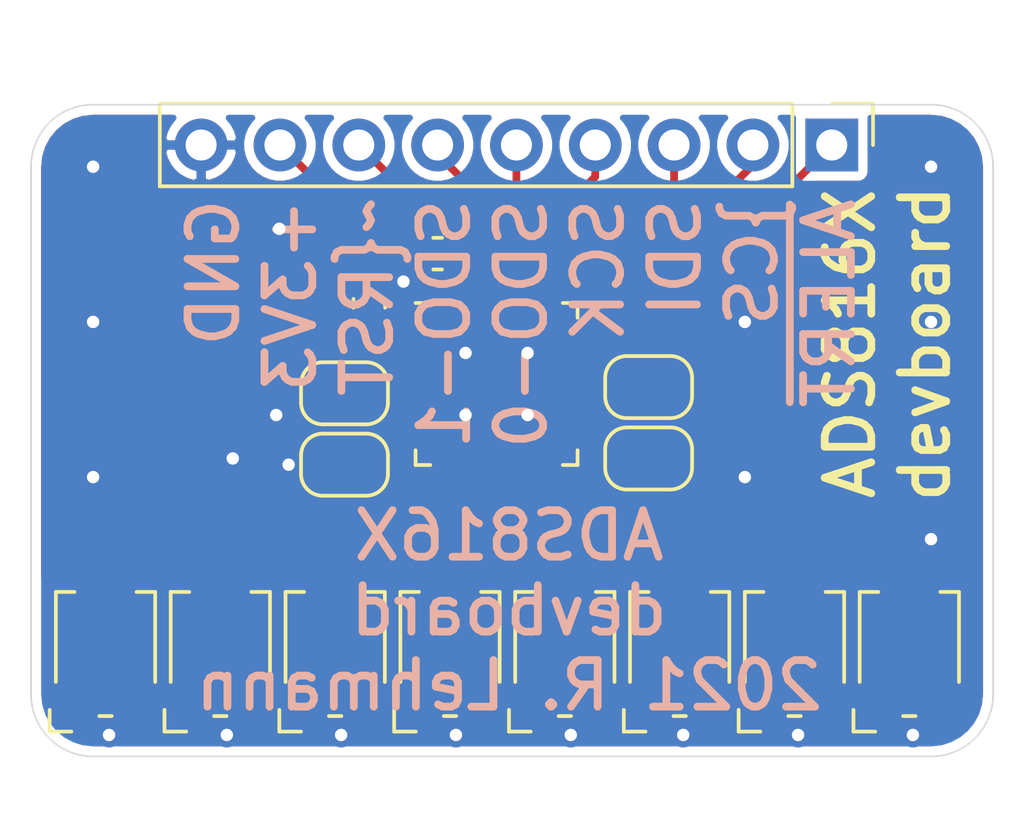
<source format=kicad_pcb>
(kicad_pcb (version 20171130) (host pcbnew 5.1.12-1.fc35)

  (general
    (thickness 1.6)
    (drawings 11)
    (tracks 179)
    (zones 0)
    (modules 16)
    (nets 26)
  )

  (page A4)
  (title_block
    (title ads816x-devboard)
    (date 2021-12-16)
    (rev 2021-12-16)
    (company "Raphael Lehmann")
    (comment 1 "License: CC BY-SA 4.0")
  )

  (layers
    (0 F.Cu signal)
    (31 B.Cu signal)
    (32 B.Adhes user)
    (33 F.Adhes user)
    (34 B.Paste user)
    (35 F.Paste user)
    (36 B.SilkS user)
    (37 F.SilkS user)
    (38 B.Mask user)
    (39 F.Mask user)
    (40 Dwgs.User user)
    (41 Cmts.User user)
    (42 Eco1.User user)
    (43 Eco2.User user)
    (44 Edge.Cuts user)
    (45 Margin user)
    (46 B.CrtYd user)
    (47 F.CrtYd user)
    (48 B.Fab user)
    (49 F.Fab user)
  )

  (setup
    (last_trace_width 0.2)
    (user_trace_width 0.25)
    (trace_clearance 0.2)
    (zone_clearance 0.3)
    (zone_45_only yes)
    (trace_min 0.2)
    (via_size 0.8)
    (via_drill 0.4)
    (via_min_size 0.4)
    (via_min_drill 0.3)
    (uvia_size 0.3)
    (uvia_drill 0.1)
    (uvias_allowed no)
    (uvia_min_size 0.2)
    (uvia_min_drill 0.1)
    (edge_width 0.05)
    (segment_width 0.2)
    (pcb_text_width 0.3)
    (pcb_text_size 1.5 1.5)
    (mod_edge_width 0.12)
    (mod_text_size 1 1)
    (mod_text_width 0.15)
    (pad_size 1.524 1.524)
    (pad_drill 0.762)
    (pad_to_mask_clearance 0)
    (aux_axis_origin 0 0)
    (visible_elements FFFFFF7F)
    (pcbplotparams
      (layerselection 0x010fc_ffffffff)
      (usegerberextensions false)
      (usegerberattributes true)
      (usegerberadvancedattributes true)
      (creategerberjobfile true)
      (excludeedgelayer true)
      (linewidth 0.100000)
      (plotframeref false)
      (viasonmask false)
      (mode 1)
      (useauxorigin false)
      (hpglpennumber 1)
      (hpglpenspeed 20)
      (hpglpendiameter 15.000000)
      (psnegative false)
      (psa4output false)
      (plotreference true)
      (plotvalue true)
      (plotinvisibletext false)
      (padsonsilk false)
      (subtractmaskfromsilk false)
      (outputformat 1)
      (mirror false)
      (drillshape 0)
      (scaleselection 1)
      (outputdirectory "gerber/"))
  )

  (net 0 "")
  (net 1 GND)
  (net 2 /ADC/DECAP)
  (net 3 +3V3)
  (net 4 /ADC/SCK)
  (net 5 /ADC/SDI)
  (net 6 /ADC/AIN-COM)
  (net 7 /ADC/REFP_5)
  (net 8 /ADC/REFP_6)
  (net 9 /ADC/MUXOUT-M)
  (net 10 /ADC/ADC-INM)
  (net 11 /ADC/MUXOUT-P)
  (net 12 /ADC/ADC-INP)
  (net 13 /ADC/IN0)
  (net 14 /ADC/IN1)
  (net 15 /ADC/IN2)
  (net 16 /ADC/IN3)
  (net 17 /ADC/IN4)
  (net 18 /ADC/IN5)
  (net 19 /ADC/IN6)
  (net 20 /ADC/IN7)
  (net 21 /ADC/~RST)
  (net 22 /ADC/SDO-1)
  (net 23 /ADC/SDO)
  (net 24 /ADC/CS)
  (net 25 /ADC/ALERT)

  (net_class Default "This is the default net class."
    (clearance 0.2)
    (trace_width 0.2)
    (via_dia 0.8)
    (via_drill 0.4)
    (uvia_dia 0.3)
    (uvia_drill 0.1)
    (add_net +3V3)
    (add_net /ADC/ADC-INM)
    (add_net /ADC/ADC-INP)
    (add_net /ADC/AIN-COM)
    (add_net /ADC/ALERT)
    (add_net /ADC/CS)
    (add_net /ADC/DECAP)
    (add_net /ADC/IN0)
    (add_net /ADC/IN1)
    (add_net /ADC/IN2)
    (add_net /ADC/IN3)
    (add_net /ADC/IN4)
    (add_net /ADC/IN5)
    (add_net /ADC/IN6)
    (add_net /ADC/IN7)
    (add_net /ADC/MUXOUT-M)
    (add_net /ADC/MUXOUT-P)
    (add_net /ADC/REFP_5)
    (add_net /ADC/REFP_6)
    (add_net /ADC/SCK)
    (add_net /ADC/SDI)
    (add_net /ADC/SDO)
    (add_net /ADC/SDO-1)
    (add_net /ADC/~RST)
    (add_net GND)
  )

  (module Connector_PinHeader_2.54mm:PinHeader_1x09_P2.54mm_Vertical (layer F.Cu) (tedit 59FED5CC) (tstamp 61BB2610)
    (at 155.8 76.3 270)
    (descr "Through hole straight pin header, 1x09, 2.54mm pitch, single row")
    (tags "Through hole pin header THT 1x09 2.54mm single row")
    (path /61BB6BAF)
    (fp_text reference J1 (at 0 -2.33 90) (layer F.SilkS) hide
      (effects (font (size 1 1) (thickness 0.15)))
    )
    (fp_text value Conn_01x09 (at 0 22.65 90) (layer F.Fab)
      (effects (font (size 1 1) (thickness 0.15)))
    )
    (fp_line (start 1.8 -1.8) (end -1.8 -1.8) (layer F.CrtYd) (width 0.05))
    (fp_line (start 1.8 22.1) (end 1.8 -1.8) (layer F.CrtYd) (width 0.05))
    (fp_line (start -1.8 22.1) (end 1.8 22.1) (layer F.CrtYd) (width 0.05))
    (fp_line (start -1.8 -1.8) (end -1.8 22.1) (layer F.CrtYd) (width 0.05))
    (fp_line (start -1.33 -1.33) (end 0 -1.33) (layer F.SilkS) (width 0.12))
    (fp_line (start -1.33 0) (end -1.33 -1.33) (layer F.SilkS) (width 0.12))
    (fp_line (start -1.33 1.27) (end 1.33 1.27) (layer F.SilkS) (width 0.12))
    (fp_line (start 1.33 1.27) (end 1.33 21.65) (layer F.SilkS) (width 0.12))
    (fp_line (start -1.33 1.27) (end -1.33 21.65) (layer F.SilkS) (width 0.12))
    (fp_line (start -1.33 21.65) (end 1.33 21.65) (layer F.SilkS) (width 0.12))
    (fp_line (start -1.27 -0.635) (end -0.635 -1.27) (layer F.Fab) (width 0.1))
    (fp_line (start -1.27 21.59) (end -1.27 -0.635) (layer F.Fab) (width 0.1))
    (fp_line (start 1.27 21.59) (end -1.27 21.59) (layer F.Fab) (width 0.1))
    (fp_line (start 1.27 -1.27) (end 1.27 21.59) (layer F.Fab) (width 0.1))
    (fp_line (start -0.635 -1.27) (end 1.27 -1.27) (layer F.Fab) (width 0.1))
    (fp_text user %R (at 0 10.16) (layer F.Fab)
      (effects (font (size 1 1) (thickness 0.15)))
    )
    (pad 9 thru_hole oval (at 0 20.32 270) (size 1.7 1.7) (drill 1) (layers *.Cu *.Mask)
      (net 1 GND))
    (pad 8 thru_hole oval (at 0 17.78 270) (size 1.7 1.7) (drill 1) (layers *.Cu *.Mask)
      (net 3 +3V3))
    (pad 7 thru_hole oval (at 0 15.24 270) (size 1.7 1.7) (drill 1) (layers *.Cu *.Mask)
      (net 21 /ADC/~RST))
    (pad 6 thru_hole oval (at 0 12.7 270) (size 1.7 1.7) (drill 1) (layers *.Cu *.Mask)
      (net 22 /ADC/SDO-1))
    (pad 5 thru_hole oval (at 0 10.16 270) (size 1.7 1.7) (drill 1) (layers *.Cu *.Mask)
      (net 23 /ADC/SDO))
    (pad 4 thru_hole oval (at 0 7.62 270) (size 1.7 1.7) (drill 1) (layers *.Cu *.Mask)
      (net 4 /ADC/SCK))
    (pad 3 thru_hole oval (at 0 5.08 270) (size 1.7 1.7) (drill 1) (layers *.Cu *.Mask)
      (net 5 /ADC/SDI))
    (pad 2 thru_hole oval (at 0 2.54 270) (size 1.7 1.7) (drill 1) (layers *.Cu *.Mask)
      (net 24 /ADC/CS))
    (pad 1 thru_hole rect (at 0 0 270) (size 1.7 1.7) (drill 1) (layers *.Cu *.Mask)
      (net 25 /ADC/ALERT))
    (model ${KISYS3DMOD}/Connector_PinHeader_2.54mm.3dshapes/PinHeader_1x09_P2.54mm_Vertical.wrl
      (at (xyz 0 0 0))
      (scale (xyz 1 1 1))
      (rotate (xyz 0 0 0))
    )
  )

  (module Package_DFN_QFN:VQFN-32-1EP_5x5mm_P0.5mm_EP3.1x3.1mm (layer F.Cu) (tedit 5DC5F6A8) (tstamp 61BB276E)
    (at 145 84)
    (descr "VQFN, 32 Pin (http://ww1.microchip.com/downloads/en/devicedoc/atmel-9520-at42-qtouch-bsw-at42qt1110_datasheet.pdf#page=42), generated with kicad-footprint-generator ipc_noLead_generator.py")
    (tags "VQFN NoLead")
    (path /61BAC30D/5EF6C0A4)
    (attr smd)
    (fp_text reference U1 (at 0 -3.82) (layer F.SilkS) hide
      (effects (font (size 1 1) (thickness 0.15)))
    )
    (fp_text value ADS8166IRHBT (at 0 3.82) (layer F.Fab)
      (effects (font (size 1 1) (thickness 0.15)))
    )
    (fp_line (start 3.12 -3.12) (end -3.12 -3.12) (layer F.CrtYd) (width 0.05))
    (fp_line (start 3.12 3.12) (end 3.12 -3.12) (layer F.CrtYd) (width 0.05))
    (fp_line (start -3.12 3.12) (end 3.12 3.12) (layer F.CrtYd) (width 0.05))
    (fp_line (start -3.12 -3.12) (end -3.12 3.12) (layer F.CrtYd) (width 0.05))
    (fp_line (start -2.5 -1.5) (end -1.5 -2.5) (layer F.Fab) (width 0.1))
    (fp_line (start -2.5 2.5) (end -2.5 -1.5) (layer F.Fab) (width 0.1))
    (fp_line (start 2.5 2.5) (end -2.5 2.5) (layer F.Fab) (width 0.1))
    (fp_line (start 2.5 -2.5) (end 2.5 2.5) (layer F.Fab) (width 0.1))
    (fp_line (start -1.5 -2.5) (end 2.5 -2.5) (layer F.Fab) (width 0.1))
    (fp_line (start -2.135 -2.61) (end -2.61 -2.61) (layer F.SilkS) (width 0.12))
    (fp_line (start 2.61 2.61) (end 2.61 2.135) (layer F.SilkS) (width 0.12))
    (fp_line (start 2.135 2.61) (end 2.61 2.61) (layer F.SilkS) (width 0.12))
    (fp_line (start -2.61 2.61) (end -2.61 2.135) (layer F.SilkS) (width 0.12))
    (fp_line (start -2.135 2.61) (end -2.61 2.61) (layer F.SilkS) (width 0.12))
    (fp_line (start 2.61 -2.61) (end 2.61 -2.135) (layer F.SilkS) (width 0.12))
    (fp_line (start 2.135 -2.61) (end 2.61 -2.61) (layer F.SilkS) (width 0.12))
    (fp_text user %R (at 0 0) (layer F.Fab)
      (effects (font (size 1 1) (thickness 0.15)))
    )
    (pad "" smd roundrect (at 0.775 0.775) (size 1.25 1.25) (layers F.Paste) (roundrect_rratio 0.2))
    (pad "" smd roundrect (at 0.775 -0.775) (size 1.25 1.25) (layers F.Paste) (roundrect_rratio 0.2))
    (pad "" smd roundrect (at -0.775 0.775) (size 1.25 1.25) (layers F.Paste) (roundrect_rratio 0.2))
    (pad "" smd roundrect (at -0.775 -0.775) (size 1.25 1.25) (layers F.Paste) (roundrect_rratio 0.2))
    (pad 33 smd rect (at 0 0) (size 3.1 3.1) (layers F.Cu F.Mask)
      (net 1 GND))
    (pad 32 smd roundrect (at -1.75 -2.4375) (size 0.25 0.875) (layers F.Cu F.Paste F.Mask) (roundrect_rratio 0.25)
      (net 3 +3V3))
    (pad 31 smd roundrect (at -1.25 -2.4375) (size 0.25 0.875) (layers F.Cu F.Paste F.Mask) (roundrect_rratio 0.25)
      (net 1 GND))
    (pad 30 smd roundrect (at -0.75 -2.4375) (size 0.25 0.875) (layers F.Cu F.Paste F.Mask) (roundrect_rratio 0.25)
      (net 3 +3V3))
    (pad 29 smd roundrect (at -0.25 -2.4375) (size 0.25 0.875) (layers F.Cu F.Paste F.Mask) (roundrect_rratio 0.25)
      (net 21 /ADC/~RST))
    (pad 28 smd roundrect (at 0.25 -2.4375) (size 0.25 0.875) (layers F.Cu F.Paste F.Mask) (roundrect_rratio 0.25))
    (pad 27 smd roundrect (at 0.75 -2.4375) (size 0.25 0.875) (layers F.Cu F.Paste F.Mask) (roundrect_rratio 0.25)
      (net 22 /ADC/SDO-1))
    (pad 26 smd roundrect (at 1.25 -2.4375) (size 0.25 0.875) (layers F.Cu F.Paste F.Mask) (roundrect_rratio 0.25)
      (net 23 /ADC/SDO))
    (pad 25 smd roundrect (at 1.75 -2.4375) (size 0.25 0.875) (layers F.Cu F.Paste F.Mask) (roundrect_rratio 0.25)
      (net 4 /ADC/SCK))
    (pad 24 smd roundrect (at 2.4375 -1.75) (size 0.875 0.25) (layers F.Cu F.Paste F.Mask) (roundrect_rratio 0.25)
      (net 5 /ADC/SDI))
    (pad 23 smd roundrect (at 2.4375 -1.25) (size 0.875 0.25) (layers F.Cu F.Paste F.Mask) (roundrect_rratio 0.25)
      (net 24 /ADC/CS))
    (pad 22 smd roundrect (at 2.4375 -0.75) (size 0.875 0.25) (layers F.Cu F.Paste F.Mask) (roundrect_rratio 0.25)
      (net 25 /ADC/ALERT))
    (pad 21 smd roundrect (at 2.4375 -0.25) (size 0.875 0.25) (layers F.Cu F.Paste F.Mask) (roundrect_rratio 0.25)
      (net 1 GND))
    (pad 20 smd roundrect (at 2.4375 0.25) (size 0.875 0.25) (layers F.Cu F.Paste F.Mask) (roundrect_rratio 0.25)
      (net 10 /ADC/ADC-INM))
    (pad 19 smd roundrect (at 2.4375 0.75) (size 0.875 0.25) (layers F.Cu F.Paste F.Mask) (roundrect_rratio 0.25)
      (net 9 /ADC/MUXOUT-M))
    (pad 18 smd roundrect (at 2.4375 1.25) (size 0.875 0.25) (layers F.Cu F.Paste F.Mask) (roundrect_rratio 0.25)
      (net 11 /ADC/MUXOUT-P))
    (pad 17 smd roundrect (at 2.4375 1.75) (size 0.875 0.25) (layers F.Cu F.Paste F.Mask) (roundrect_rratio 0.25)
      (net 12 /ADC/ADC-INP))
    (pad 16 smd roundrect (at 1.75 2.4375) (size 0.25 0.875) (layers F.Cu F.Paste F.Mask) (roundrect_rratio 0.25)
      (net 20 /ADC/IN7))
    (pad 15 smd roundrect (at 1.25 2.4375) (size 0.25 0.875) (layers F.Cu F.Paste F.Mask) (roundrect_rratio 0.25)
      (net 19 /ADC/IN6))
    (pad 14 smd roundrect (at 0.75 2.4375) (size 0.25 0.875) (layers F.Cu F.Paste F.Mask) (roundrect_rratio 0.25)
      (net 18 /ADC/IN5))
    (pad 13 smd roundrect (at 0.25 2.4375) (size 0.25 0.875) (layers F.Cu F.Paste F.Mask) (roundrect_rratio 0.25)
      (net 17 /ADC/IN4))
    (pad 12 smd roundrect (at -0.25 2.4375) (size 0.25 0.875) (layers F.Cu F.Paste F.Mask) (roundrect_rratio 0.25)
      (net 16 /ADC/IN3))
    (pad 11 smd roundrect (at -0.75 2.4375) (size 0.25 0.875) (layers F.Cu F.Paste F.Mask) (roundrect_rratio 0.25)
      (net 15 /ADC/IN2))
    (pad 10 smd roundrect (at -1.25 2.4375) (size 0.25 0.875) (layers F.Cu F.Paste F.Mask) (roundrect_rratio 0.25)
      (net 14 /ADC/IN1))
    (pad 9 smd roundrect (at -1.75 2.4375) (size 0.25 0.875) (layers F.Cu F.Paste F.Mask) (roundrect_rratio 0.25)
      (net 13 /ADC/IN0))
    (pad 8 smd roundrect (at -2.4375 1.75) (size 0.875 0.25) (layers F.Cu F.Paste F.Mask) (roundrect_rratio 0.25)
      (net 6 /ADC/AIN-COM))
    (pad 7 smd roundrect (at -2.4375 1.25) (size 0.875 0.25) (layers F.Cu F.Paste F.Mask) (roundrect_rratio 0.25))
    (pad 6 smd roundrect (at -2.4375 0.75) (size 0.875 0.25) (layers F.Cu F.Paste F.Mask) (roundrect_rratio 0.25)
      (net 8 /ADC/REFP_6))
    (pad 5 smd roundrect (at -2.4375 0.25) (size 0.875 0.25) (layers F.Cu F.Paste F.Mask) (roundrect_rratio 0.25)
      (net 7 /ADC/REFP_5))
    (pad 4 smd roundrect (at -2.4375 -0.25) (size 0.875 0.25) (layers F.Cu F.Paste F.Mask) (roundrect_rratio 0.25)
      (net 1 GND))
    (pad 3 smd roundrect (at -2.4375 -0.75) (size 0.875 0.25) (layers F.Cu F.Paste F.Mask) (roundrect_rratio 0.25)
      (net 3 +3V3))
    (pad 2 smd roundrect (at -2.4375 -1.25) (size 0.875 0.25) (layers F.Cu F.Paste F.Mask) (roundrect_rratio 0.25)
      (net 2 /ADC/DECAP))
    (pad 1 smd roundrect (at -2.4375 -1.75) (size 0.875 0.25) (layers F.Cu F.Paste F.Mask) (roundrect_rratio 0.25)
      (net 1 GND))
    (model ${KISYS3DMOD}/Package_DFN_QFN.3dshapes/VQFN-32-1EP_5x5mm_P0.5mm_EP3.1x3.1mm.wrl
      (at (xyz 0 0 0))
      (scale (xyz 1 1 1))
      (rotate (xyz 0 0 0))
    )
  )

  (module Potentiometer_SMD:Potentiometer_Bourns_TC33X_Vertical (layer F.Cu) (tedit 5C165D15) (tstamp 61BB2734)
    (at 158.3 92.6 90)
    (descr "Potentiometer, Bourns, TC33X, Vertical, https://www.bourns.com/pdfs/TC33.pdf")
    (tags "Potentiometer Bourns TC33X Vertical")
    (path /61BC459D)
    (attr smd)
    (fp_text reference RV8 (at 0 -2.5 90) (layer F.SilkS) hide
      (effects (font (size 1 1) (thickness 0.15)))
    )
    (fp_text value TC33X-2-302E (at 0 2.5 90) (layer F.Fab)
      (effects (font (size 1 1) (thickness 0.15)))
    )
    (fp_circle (center 0 0) (end 1.8 0) (layer Dwgs.User) (width 0.05))
    (fp_line (start -2.65 1.85) (end -2.65 -1.85) (layer F.CrtYd) (width 0.05))
    (fp_line (start 2.45 1.85) (end -2.65 1.85) (layer F.CrtYd) (width 0.05))
    (fp_line (start 2.45 -1.85) (end 2.45 1.85) (layer F.CrtYd) (width 0.05))
    (fp_line (start -2.65 -1.85) (end 2.45 -1.85) (layer F.CrtYd) (width 0.05))
    (fp_line (start -2.6 -1.8) (end -2.6 -1.1) (layer F.SilkS) (width 0.12))
    (fp_line (start -1.9 -1.8) (end -2.6 -1.8) (layer F.SilkS) (width 0.12))
    (fp_line (start 1.9 1.6) (end 1.9 1) (layer F.SilkS) (width 0.12))
    (fp_line (start -1 1.6) (end 1.9 1.6) (layer F.SilkS) (width 0.12))
    (fp_line (start 1.9 -1.6) (end 1.9 -1) (layer F.SilkS) (width 0.12))
    (fp_line (start -1 -1.6) (end 1.9 -1.6) (layer F.SilkS) (width 0.12))
    (fp_line (start -2.1 -0.2) (end -2.1 0.2) (layer F.SilkS) (width 0.12))
    (fp_line (start -1.25 -1.5) (end -2 -0.75) (layer F.Fab) (width 0.1))
    (fp_line (start 1.8 -1.5) (end -1.25 -1.5) (layer F.Fab) (width 0.1))
    (fp_line (start 1.8 1.5) (end 1.8 -1.5) (layer F.Fab) (width 0.1))
    (fp_line (start -2 1.5) (end 1.8 1.5) (layer F.Fab) (width 0.1))
    (fp_line (start -2 -0.75) (end -2 1.5) (layer F.Fab) (width 0.1))
    (fp_circle (center 0 0) (end 1.5 0) (layer F.Fab) (width 0.1))
    (fp_text user "Wiper may be\nanywhere within\ncircle shown" (at -0.15 -0.8 90) (layer Cmts.User)
      (effects (font (size 0.15 0.15) (thickness 0.02)))
    )
    (fp_text user %R (at 0 0 90) (layer F.Fab)
      (effects (font (size 0.7 0.7) (thickness 0.105)))
    )
    (pad 2 smd rect (at 1.45 0 90) (size 1.5 1.6) (layers F.Cu F.Paste F.Mask)
      (net 20 /ADC/IN7))
    (pad 3 smd rect (at -1.8 1 90) (size 1.2 1.2) (layers F.Cu F.Paste F.Mask)
      (net 1 GND))
    (pad 1 smd rect (at -1.8 -1 90) (size 1.2 1.2) (layers F.Cu F.Paste F.Mask)
      (net 3 +3V3))
    (model ${KISYS3DMOD}/Potentiometer_SMD.3dshapes/Potentiometer_Bourns_TC33X_Vertical.wrl
      (at (xyz 0 0 0))
      (scale (xyz 1 1 1))
      (rotate (xyz 0 0 0))
    )
  )

  (module Potentiometer_SMD:Potentiometer_Bourns_TC33X_Vertical (layer F.Cu) (tedit 5C165D15) (tstamp 61BB2719)
    (at 154.6 92.6 90)
    (descr "Potentiometer, Bourns, TC33X, Vertical, https://www.bourns.com/pdfs/TC33.pdf")
    (tags "Potentiometer Bourns TC33X Vertical")
    (path /61BC44BD)
    (attr smd)
    (fp_text reference RV7 (at 0 -2.5 90) (layer F.SilkS) hide
      (effects (font (size 1 1) (thickness 0.15)))
    )
    (fp_text value TC33X-2-302E (at 0 2.5 90) (layer F.Fab)
      (effects (font (size 1 1) (thickness 0.15)))
    )
    (fp_circle (center 0 0) (end 1.8 0) (layer Dwgs.User) (width 0.05))
    (fp_line (start -2.65 1.85) (end -2.65 -1.85) (layer F.CrtYd) (width 0.05))
    (fp_line (start 2.45 1.85) (end -2.65 1.85) (layer F.CrtYd) (width 0.05))
    (fp_line (start 2.45 -1.85) (end 2.45 1.85) (layer F.CrtYd) (width 0.05))
    (fp_line (start -2.65 -1.85) (end 2.45 -1.85) (layer F.CrtYd) (width 0.05))
    (fp_line (start -2.6 -1.8) (end -2.6 -1.1) (layer F.SilkS) (width 0.12))
    (fp_line (start -1.9 -1.8) (end -2.6 -1.8) (layer F.SilkS) (width 0.12))
    (fp_line (start 1.9 1.6) (end 1.9 1) (layer F.SilkS) (width 0.12))
    (fp_line (start -1 1.6) (end 1.9 1.6) (layer F.SilkS) (width 0.12))
    (fp_line (start 1.9 -1.6) (end 1.9 -1) (layer F.SilkS) (width 0.12))
    (fp_line (start -1 -1.6) (end 1.9 -1.6) (layer F.SilkS) (width 0.12))
    (fp_line (start -2.1 -0.2) (end -2.1 0.2) (layer F.SilkS) (width 0.12))
    (fp_line (start -1.25 -1.5) (end -2 -0.75) (layer F.Fab) (width 0.1))
    (fp_line (start 1.8 -1.5) (end -1.25 -1.5) (layer F.Fab) (width 0.1))
    (fp_line (start 1.8 1.5) (end 1.8 -1.5) (layer F.Fab) (width 0.1))
    (fp_line (start -2 1.5) (end 1.8 1.5) (layer F.Fab) (width 0.1))
    (fp_line (start -2 -0.75) (end -2 1.5) (layer F.Fab) (width 0.1))
    (fp_circle (center 0 0) (end 1.5 0) (layer F.Fab) (width 0.1))
    (fp_text user "Wiper may be\nanywhere within\ncircle shown" (at -0.15 -0.8 90) (layer Cmts.User)
      (effects (font (size 0.15 0.15) (thickness 0.02)))
    )
    (fp_text user %R (at 0 0 90) (layer F.Fab)
      (effects (font (size 0.7 0.7) (thickness 0.105)))
    )
    (pad 2 smd rect (at 1.45 0 90) (size 1.5 1.6) (layers F.Cu F.Paste F.Mask)
      (net 19 /ADC/IN6))
    (pad 3 smd rect (at -1.8 1 90) (size 1.2 1.2) (layers F.Cu F.Paste F.Mask)
      (net 1 GND))
    (pad 1 smd rect (at -1.8 -1 90) (size 1.2 1.2) (layers F.Cu F.Paste F.Mask)
      (net 3 +3V3))
    (model ${KISYS3DMOD}/Potentiometer_SMD.3dshapes/Potentiometer_Bourns_TC33X_Vertical.wrl
      (at (xyz 0 0 0))
      (scale (xyz 1 1 1))
      (rotate (xyz 0 0 0))
    )
  )

  (module Potentiometer_SMD:Potentiometer_Bourns_TC33X_Vertical (layer F.Cu) (tedit 5C165D15) (tstamp 61BB26FE)
    (at 150.9 92.6 90)
    (descr "Potentiometer, Bourns, TC33X, Vertical, https://www.bourns.com/pdfs/TC33.pdf")
    (tags "Potentiometer Bourns TC33X Vertical")
    (path /61BBF262)
    (attr smd)
    (fp_text reference RV6 (at 0 -2.5 90) (layer F.SilkS) hide
      (effects (font (size 1 1) (thickness 0.15)))
    )
    (fp_text value TC33X-2-302E (at 0 2.5 90) (layer F.Fab)
      (effects (font (size 1 1) (thickness 0.15)))
    )
    (fp_circle (center 0 0) (end 1.8 0) (layer Dwgs.User) (width 0.05))
    (fp_line (start -2.65 1.85) (end -2.65 -1.85) (layer F.CrtYd) (width 0.05))
    (fp_line (start 2.45 1.85) (end -2.65 1.85) (layer F.CrtYd) (width 0.05))
    (fp_line (start 2.45 -1.85) (end 2.45 1.85) (layer F.CrtYd) (width 0.05))
    (fp_line (start -2.65 -1.85) (end 2.45 -1.85) (layer F.CrtYd) (width 0.05))
    (fp_line (start -2.6 -1.8) (end -2.6 -1.1) (layer F.SilkS) (width 0.12))
    (fp_line (start -1.9 -1.8) (end -2.6 -1.8) (layer F.SilkS) (width 0.12))
    (fp_line (start 1.9 1.6) (end 1.9 1) (layer F.SilkS) (width 0.12))
    (fp_line (start -1 1.6) (end 1.9 1.6) (layer F.SilkS) (width 0.12))
    (fp_line (start 1.9 -1.6) (end 1.9 -1) (layer F.SilkS) (width 0.12))
    (fp_line (start -1 -1.6) (end 1.9 -1.6) (layer F.SilkS) (width 0.12))
    (fp_line (start -2.1 -0.2) (end -2.1 0.2) (layer F.SilkS) (width 0.12))
    (fp_line (start -1.25 -1.5) (end -2 -0.75) (layer F.Fab) (width 0.1))
    (fp_line (start 1.8 -1.5) (end -1.25 -1.5) (layer F.Fab) (width 0.1))
    (fp_line (start 1.8 1.5) (end 1.8 -1.5) (layer F.Fab) (width 0.1))
    (fp_line (start -2 1.5) (end 1.8 1.5) (layer F.Fab) (width 0.1))
    (fp_line (start -2 -0.75) (end -2 1.5) (layer F.Fab) (width 0.1))
    (fp_circle (center 0 0) (end 1.5 0) (layer F.Fab) (width 0.1))
    (fp_text user "Wiper may be\nanywhere within\ncircle shown" (at -0.15 -0.8 90) (layer Cmts.User)
      (effects (font (size 0.15 0.15) (thickness 0.02)))
    )
    (fp_text user %R (at 0 0 90) (layer F.Fab)
      (effects (font (size 0.7 0.7) (thickness 0.105)))
    )
    (pad 2 smd rect (at 1.45 0 90) (size 1.5 1.6) (layers F.Cu F.Paste F.Mask)
      (net 18 /ADC/IN5))
    (pad 3 smd rect (at -1.8 1 90) (size 1.2 1.2) (layers F.Cu F.Paste F.Mask)
      (net 1 GND))
    (pad 1 smd rect (at -1.8 -1 90) (size 1.2 1.2) (layers F.Cu F.Paste F.Mask)
      (net 3 +3V3))
    (model ${KISYS3DMOD}/Potentiometer_SMD.3dshapes/Potentiometer_Bourns_TC33X_Vertical.wrl
      (at (xyz 0 0 0))
      (scale (xyz 1 1 1))
      (rotate (xyz 0 0 0))
    )
  )

  (module Potentiometer_SMD:Potentiometer_Bourns_TC33X_Vertical (layer F.Cu) (tedit 5C165D15) (tstamp 61BB26E3)
    (at 147.2 92.6 90)
    (descr "Potentiometer, Bourns, TC33X, Vertical, https://www.bourns.com/pdfs/TC33.pdf")
    (tags "Potentiometer Bourns TC33X Vertical")
    (path /61BBF258)
    (attr smd)
    (fp_text reference RV5 (at 0 -2.5 90) (layer F.SilkS) hide
      (effects (font (size 1 1) (thickness 0.15)))
    )
    (fp_text value TC33X-2-302E (at 0 2.5 90) (layer F.Fab)
      (effects (font (size 1 1) (thickness 0.15)))
    )
    (fp_circle (center 0 0) (end 1.8 0) (layer Dwgs.User) (width 0.05))
    (fp_line (start -2.65 1.85) (end -2.65 -1.85) (layer F.CrtYd) (width 0.05))
    (fp_line (start 2.45 1.85) (end -2.65 1.85) (layer F.CrtYd) (width 0.05))
    (fp_line (start 2.45 -1.85) (end 2.45 1.85) (layer F.CrtYd) (width 0.05))
    (fp_line (start -2.65 -1.85) (end 2.45 -1.85) (layer F.CrtYd) (width 0.05))
    (fp_line (start -2.6 -1.8) (end -2.6 -1.1) (layer F.SilkS) (width 0.12))
    (fp_line (start -1.9 -1.8) (end -2.6 -1.8) (layer F.SilkS) (width 0.12))
    (fp_line (start 1.9 1.6) (end 1.9 1) (layer F.SilkS) (width 0.12))
    (fp_line (start -1 1.6) (end 1.9 1.6) (layer F.SilkS) (width 0.12))
    (fp_line (start 1.9 -1.6) (end 1.9 -1) (layer F.SilkS) (width 0.12))
    (fp_line (start -1 -1.6) (end 1.9 -1.6) (layer F.SilkS) (width 0.12))
    (fp_line (start -2.1 -0.2) (end -2.1 0.2) (layer F.SilkS) (width 0.12))
    (fp_line (start -1.25 -1.5) (end -2 -0.75) (layer F.Fab) (width 0.1))
    (fp_line (start 1.8 -1.5) (end -1.25 -1.5) (layer F.Fab) (width 0.1))
    (fp_line (start 1.8 1.5) (end 1.8 -1.5) (layer F.Fab) (width 0.1))
    (fp_line (start -2 1.5) (end 1.8 1.5) (layer F.Fab) (width 0.1))
    (fp_line (start -2 -0.75) (end -2 1.5) (layer F.Fab) (width 0.1))
    (fp_circle (center 0 0) (end 1.5 0) (layer F.Fab) (width 0.1))
    (fp_text user "Wiper may be\nanywhere within\ncircle shown" (at -0.15 -0.8 90) (layer Cmts.User)
      (effects (font (size 0.15 0.15) (thickness 0.02)))
    )
    (fp_text user %R (at 0 0 90) (layer F.Fab)
      (effects (font (size 0.7 0.7) (thickness 0.105)))
    )
    (pad 2 smd rect (at 1.45 0 90) (size 1.5 1.6) (layers F.Cu F.Paste F.Mask)
      (net 17 /ADC/IN4))
    (pad 3 smd rect (at -1.8 1 90) (size 1.2 1.2) (layers F.Cu F.Paste F.Mask)
      (net 1 GND))
    (pad 1 smd rect (at -1.8 -1 90) (size 1.2 1.2) (layers F.Cu F.Paste F.Mask)
      (net 3 +3V3))
    (model ${KISYS3DMOD}/Potentiometer_SMD.3dshapes/Potentiometer_Bourns_TC33X_Vertical.wrl
      (at (xyz 0 0 0))
      (scale (xyz 1 1 1))
      (rotate (xyz 0 0 0))
    )
  )

  (module Potentiometer_SMD:Potentiometer_Bourns_TC33X_Vertical (layer F.Cu) (tedit 5C165D15) (tstamp 61BB26C8)
    (at 143.5 92.6 90)
    (descr "Potentiometer, Bourns, TC33X, Vertical, https://www.bourns.com/pdfs/TC33.pdf")
    (tags "Potentiometer Bourns TC33X Vertical")
    (path /61BBF1B4)
    (attr smd)
    (fp_text reference RV4 (at 0 -2.5 90) (layer F.SilkS) hide
      (effects (font (size 1 1) (thickness 0.15)))
    )
    (fp_text value TC33X-2-302E (at 0 2.5 90) (layer F.Fab)
      (effects (font (size 1 1) (thickness 0.15)))
    )
    (fp_circle (center 0 0) (end 1.8 0) (layer Dwgs.User) (width 0.05))
    (fp_line (start -2.65 1.85) (end -2.65 -1.85) (layer F.CrtYd) (width 0.05))
    (fp_line (start 2.45 1.85) (end -2.65 1.85) (layer F.CrtYd) (width 0.05))
    (fp_line (start 2.45 -1.85) (end 2.45 1.85) (layer F.CrtYd) (width 0.05))
    (fp_line (start -2.65 -1.85) (end 2.45 -1.85) (layer F.CrtYd) (width 0.05))
    (fp_line (start -2.6 -1.8) (end -2.6 -1.1) (layer F.SilkS) (width 0.12))
    (fp_line (start -1.9 -1.8) (end -2.6 -1.8) (layer F.SilkS) (width 0.12))
    (fp_line (start 1.9 1.6) (end 1.9 1) (layer F.SilkS) (width 0.12))
    (fp_line (start -1 1.6) (end 1.9 1.6) (layer F.SilkS) (width 0.12))
    (fp_line (start 1.9 -1.6) (end 1.9 -1) (layer F.SilkS) (width 0.12))
    (fp_line (start -1 -1.6) (end 1.9 -1.6) (layer F.SilkS) (width 0.12))
    (fp_line (start -2.1 -0.2) (end -2.1 0.2) (layer F.SilkS) (width 0.12))
    (fp_line (start -1.25 -1.5) (end -2 -0.75) (layer F.Fab) (width 0.1))
    (fp_line (start 1.8 -1.5) (end -1.25 -1.5) (layer F.Fab) (width 0.1))
    (fp_line (start 1.8 1.5) (end 1.8 -1.5) (layer F.Fab) (width 0.1))
    (fp_line (start -2 1.5) (end 1.8 1.5) (layer F.Fab) (width 0.1))
    (fp_line (start -2 -0.75) (end -2 1.5) (layer F.Fab) (width 0.1))
    (fp_circle (center 0 0) (end 1.5 0) (layer F.Fab) (width 0.1))
    (fp_text user "Wiper may be\nanywhere within\ncircle shown" (at -0.15 -0.8 90) (layer Cmts.User)
      (effects (font (size 0.15 0.15) (thickness 0.02)))
    )
    (fp_text user %R (at 0 0 90) (layer F.Fab)
      (effects (font (size 0.7 0.7) (thickness 0.105)))
    )
    (pad 2 smd rect (at 1.45 0 90) (size 1.5 1.6) (layers F.Cu F.Paste F.Mask)
      (net 16 /ADC/IN3))
    (pad 3 smd rect (at -1.8 1 90) (size 1.2 1.2) (layers F.Cu F.Paste F.Mask)
      (net 1 GND))
    (pad 1 smd rect (at -1.8 -1 90) (size 1.2 1.2) (layers F.Cu F.Paste F.Mask)
      (net 3 +3V3))
    (model ${KISYS3DMOD}/Potentiometer_SMD.3dshapes/Potentiometer_Bourns_TC33X_Vertical.wrl
      (at (xyz 0 0 0))
      (scale (xyz 1 1 1))
      (rotate (xyz 0 0 0))
    )
  )

  (module Potentiometer_SMD:Potentiometer_Bourns_TC33X_Vertical (layer F.Cu) (tedit 5C165D15) (tstamp 61BB26AD)
    (at 139.8 92.6 90)
    (descr "Potentiometer, Bourns, TC33X, Vertical, https://www.bourns.com/pdfs/TC33.pdf")
    (tags "Potentiometer Bourns TC33X Vertical")
    (path /61BBC771)
    (attr smd)
    (fp_text reference RV3 (at 0 -2.5 90) (layer F.SilkS) hide
      (effects (font (size 1 1) (thickness 0.15)))
    )
    (fp_text value TC33X-2-302E (at 0 2.5 90) (layer F.Fab)
      (effects (font (size 1 1) (thickness 0.15)))
    )
    (fp_circle (center 0 0) (end 1.8 0) (layer Dwgs.User) (width 0.05))
    (fp_line (start -2.65 1.85) (end -2.65 -1.85) (layer F.CrtYd) (width 0.05))
    (fp_line (start 2.45 1.85) (end -2.65 1.85) (layer F.CrtYd) (width 0.05))
    (fp_line (start 2.45 -1.85) (end 2.45 1.85) (layer F.CrtYd) (width 0.05))
    (fp_line (start -2.65 -1.85) (end 2.45 -1.85) (layer F.CrtYd) (width 0.05))
    (fp_line (start -2.6 -1.8) (end -2.6 -1.1) (layer F.SilkS) (width 0.12))
    (fp_line (start -1.9 -1.8) (end -2.6 -1.8) (layer F.SilkS) (width 0.12))
    (fp_line (start 1.9 1.6) (end 1.9 1) (layer F.SilkS) (width 0.12))
    (fp_line (start -1 1.6) (end 1.9 1.6) (layer F.SilkS) (width 0.12))
    (fp_line (start 1.9 -1.6) (end 1.9 -1) (layer F.SilkS) (width 0.12))
    (fp_line (start -1 -1.6) (end 1.9 -1.6) (layer F.SilkS) (width 0.12))
    (fp_line (start -2.1 -0.2) (end -2.1 0.2) (layer F.SilkS) (width 0.12))
    (fp_line (start -1.25 -1.5) (end -2 -0.75) (layer F.Fab) (width 0.1))
    (fp_line (start 1.8 -1.5) (end -1.25 -1.5) (layer F.Fab) (width 0.1))
    (fp_line (start 1.8 1.5) (end 1.8 -1.5) (layer F.Fab) (width 0.1))
    (fp_line (start -2 1.5) (end 1.8 1.5) (layer F.Fab) (width 0.1))
    (fp_line (start -2 -0.75) (end -2 1.5) (layer F.Fab) (width 0.1))
    (fp_circle (center 0 0) (end 1.5 0) (layer F.Fab) (width 0.1))
    (fp_text user "Wiper may be\nanywhere within\ncircle shown" (at -0.15 -0.8 90) (layer Cmts.User)
      (effects (font (size 0.15 0.15) (thickness 0.02)))
    )
    (fp_text user %R (at 0 0 90) (layer F.Fab)
      (effects (font (size 0.7 0.7) (thickness 0.105)))
    )
    (pad 2 smd rect (at 1.45 0 90) (size 1.5 1.6) (layers F.Cu F.Paste F.Mask)
      (net 15 /ADC/IN2))
    (pad 3 smd rect (at -1.8 1 90) (size 1.2 1.2) (layers F.Cu F.Paste F.Mask)
      (net 1 GND))
    (pad 1 smd rect (at -1.8 -1 90) (size 1.2 1.2) (layers F.Cu F.Paste F.Mask)
      (net 3 +3V3))
    (model ${KISYS3DMOD}/Potentiometer_SMD.3dshapes/Potentiometer_Bourns_TC33X_Vertical.wrl
      (at (xyz 0 0 0))
      (scale (xyz 1 1 1))
      (rotate (xyz 0 0 0))
    )
  )

  (module Potentiometer_SMD:Potentiometer_Bourns_TC33X_Vertical (layer F.Cu) (tedit 5C165D15) (tstamp 61BB2692)
    (at 136.1 92.6 90)
    (descr "Potentiometer, Bourns, TC33X, Vertical, https://www.bourns.com/pdfs/TC33.pdf")
    (tags "Potentiometer Bourns TC33X Vertical")
    (path /61BBBA1D)
    (attr smd)
    (fp_text reference RV2 (at 0 -2.5 90) (layer F.SilkS) hide
      (effects (font (size 1 1) (thickness 0.15)))
    )
    (fp_text value TC33X-2-302E (at 0 2.5 90) (layer F.Fab)
      (effects (font (size 1 1) (thickness 0.15)))
    )
    (fp_circle (center 0 0) (end 1.8 0) (layer Dwgs.User) (width 0.05))
    (fp_line (start -2.65 1.85) (end -2.65 -1.85) (layer F.CrtYd) (width 0.05))
    (fp_line (start 2.45 1.85) (end -2.65 1.85) (layer F.CrtYd) (width 0.05))
    (fp_line (start 2.45 -1.85) (end 2.45 1.85) (layer F.CrtYd) (width 0.05))
    (fp_line (start -2.65 -1.85) (end 2.45 -1.85) (layer F.CrtYd) (width 0.05))
    (fp_line (start -2.6 -1.8) (end -2.6 -1.1) (layer F.SilkS) (width 0.12))
    (fp_line (start -1.9 -1.8) (end -2.6 -1.8) (layer F.SilkS) (width 0.12))
    (fp_line (start 1.9 1.6) (end 1.9 1) (layer F.SilkS) (width 0.12))
    (fp_line (start -1 1.6) (end 1.9 1.6) (layer F.SilkS) (width 0.12))
    (fp_line (start 1.9 -1.6) (end 1.9 -1) (layer F.SilkS) (width 0.12))
    (fp_line (start -1 -1.6) (end 1.9 -1.6) (layer F.SilkS) (width 0.12))
    (fp_line (start -2.1 -0.2) (end -2.1 0.2) (layer F.SilkS) (width 0.12))
    (fp_line (start -1.25 -1.5) (end -2 -0.75) (layer F.Fab) (width 0.1))
    (fp_line (start 1.8 -1.5) (end -1.25 -1.5) (layer F.Fab) (width 0.1))
    (fp_line (start 1.8 1.5) (end 1.8 -1.5) (layer F.Fab) (width 0.1))
    (fp_line (start -2 1.5) (end 1.8 1.5) (layer F.Fab) (width 0.1))
    (fp_line (start -2 -0.75) (end -2 1.5) (layer F.Fab) (width 0.1))
    (fp_circle (center 0 0) (end 1.5 0) (layer F.Fab) (width 0.1))
    (fp_text user "Wiper may be\nanywhere within\ncircle shown" (at -0.15 -0.8 90) (layer Cmts.User)
      (effects (font (size 0.15 0.15) (thickness 0.02)))
    )
    (fp_text user %R (at 0 0 90) (layer F.Fab)
      (effects (font (size 0.7 0.7) (thickness 0.105)))
    )
    (pad 2 smd rect (at 1.45 0 90) (size 1.5 1.6) (layers F.Cu F.Paste F.Mask)
      (net 14 /ADC/IN1))
    (pad 3 smd rect (at -1.8 1 90) (size 1.2 1.2) (layers F.Cu F.Paste F.Mask)
      (net 1 GND))
    (pad 1 smd rect (at -1.8 -1 90) (size 1.2 1.2) (layers F.Cu F.Paste F.Mask)
      (net 3 +3V3))
    (model ${KISYS3DMOD}/Potentiometer_SMD.3dshapes/Potentiometer_Bourns_TC33X_Vertical.wrl
      (at (xyz 0 0 0))
      (scale (xyz 1 1 1))
      (rotate (xyz 0 0 0))
    )
  )

  (module Potentiometer_SMD:Potentiometer_Bourns_TC33X_Vertical (layer F.Cu) (tedit 5C165D15) (tstamp 61BB2677)
    (at 132.4 92.6 90)
    (descr "Potentiometer, Bourns, TC33X, Vertical, https://www.bourns.com/pdfs/TC33.pdf")
    (tags "Potentiometer Bourns TC33X Vertical")
    (path /61BBA0B0)
    (attr smd)
    (fp_text reference RV1 (at 0 -2.5 90) (layer F.SilkS) hide
      (effects (font (size 1 1) (thickness 0.15)))
    )
    (fp_text value TC33X-2-302E (at 0 2.5 90) (layer F.Fab)
      (effects (font (size 1 1) (thickness 0.15)))
    )
    (fp_circle (center 0 0) (end 1.8 0) (layer Dwgs.User) (width 0.05))
    (fp_line (start -2.65 1.85) (end -2.65 -1.85) (layer F.CrtYd) (width 0.05))
    (fp_line (start 2.45 1.85) (end -2.65 1.85) (layer F.CrtYd) (width 0.05))
    (fp_line (start 2.45 -1.85) (end 2.45 1.85) (layer F.CrtYd) (width 0.05))
    (fp_line (start -2.65 -1.85) (end 2.45 -1.85) (layer F.CrtYd) (width 0.05))
    (fp_line (start -2.6 -1.8) (end -2.6 -1.1) (layer F.SilkS) (width 0.12))
    (fp_line (start -1.9 -1.8) (end -2.6 -1.8) (layer F.SilkS) (width 0.12))
    (fp_line (start 1.9 1.6) (end 1.9 1) (layer F.SilkS) (width 0.12))
    (fp_line (start -1 1.6) (end 1.9 1.6) (layer F.SilkS) (width 0.12))
    (fp_line (start 1.9 -1.6) (end 1.9 -1) (layer F.SilkS) (width 0.12))
    (fp_line (start -1 -1.6) (end 1.9 -1.6) (layer F.SilkS) (width 0.12))
    (fp_line (start -2.1 -0.2) (end -2.1 0.2) (layer F.SilkS) (width 0.12))
    (fp_line (start -1.25 -1.5) (end -2 -0.75) (layer F.Fab) (width 0.1))
    (fp_line (start 1.8 -1.5) (end -1.25 -1.5) (layer F.Fab) (width 0.1))
    (fp_line (start 1.8 1.5) (end 1.8 -1.5) (layer F.Fab) (width 0.1))
    (fp_line (start -2 1.5) (end 1.8 1.5) (layer F.Fab) (width 0.1))
    (fp_line (start -2 -0.75) (end -2 1.5) (layer F.Fab) (width 0.1))
    (fp_circle (center 0 0) (end 1.5 0) (layer F.Fab) (width 0.1))
    (fp_text user "Wiper may be\nanywhere within\ncircle shown" (at -0.15 -0.8 90) (layer Cmts.User)
      (effects (font (size 0.15 0.15) (thickness 0.02)))
    )
    (fp_text user %R (at 0 0 90) (layer F.Fab)
      (effects (font (size 0.7 0.7) (thickness 0.105)))
    )
    (pad 2 smd rect (at 1.45 0 90) (size 1.5 1.6) (layers F.Cu F.Paste F.Mask)
      (net 13 /ADC/IN0))
    (pad 3 smd rect (at -1.8 1 90) (size 1.2 1.2) (layers F.Cu F.Paste F.Mask)
      (net 1 GND))
    (pad 1 smd rect (at -1.8 -1 90) (size 1.2 1.2) (layers F.Cu F.Paste F.Mask)
      (net 3 +3V3))
    (model ${KISYS3DMOD}/Potentiometer_SMD.3dshapes/Potentiometer_Bourns_TC33X_Vertical.wrl
      (at (xyz 0 0 0))
      (scale (xyz 1 1 1))
      (rotate (xyz 0 0 0))
    )
  )

  (module Jumper:SolderJumper-2_P1.3mm_Bridged_RoundedPad1.0x1.5mm (layer F.Cu) (tedit 5C745284) (tstamp 61BB265C)
    (at 149.9 86.4 180)
    (descr "SMD Solder Jumper, 1x1.5mm, rounded Pads, 0.3mm gap, bridged with 1 copper strip")
    (tags "solder jumper open")
    (path /61BAC30D/61BAF5A0)
    (attr virtual)
    (fp_text reference JP4 (at 0 -1.8) (layer F.SilkS) hide
      (effects (font (size 1 1) (thickness 0.15)))
    )
    (fp_text value Jumper_2_Bridged (at 0 1.9) (layer F.Fab)
      (effects (font (size 1 1) (thickness 0.15)))
    )
    (fp_poly (pts (xy 0.25 -0.3) (xy -0.25 -0.3) (xy -0.25 0.3) (xy 0.25 0.3)) (layer F.Cu) (width 0))
    (fp_line (start 1.65 1.25) (end -1.65 1.25) (layer F.CrtYd) (width 0.05))
    (fp_line (start 1.65 1.25) (end 1.65 -1.25) (layer F.CrtYd) (width 0.05))
    (fp_line (start -1.65 -1.25) (end -1.65 1.25) (layer F.CrtYd) (width 0.05))
    (fp_line (start -1.65 -1.25) (end 1.65 -1.25) (layer F.CrtYd) (width 0.05))
    (fp_line (start -0.7 -1) (end 0.7 -1) (layer F.SilkS) (width 0.12))
    (fp_line (start 1.4 -0.3) (end 1.4 0.3) (layer F.SilkS) (width 0.12))
    (fp_line (start 0.7 1) (end -0.7 1) (layer F.SilkS) (width 0.12))
    (fp_line (start -1.4 0.3) (end -1.4 -0.3) (layer F.SilkS) (width 0.12))
    (fp_arc (start -0.7 -0.3) (end -0.7 -1) (angle -90) (layer F.SilkS) (width 0.12))
    (fp_arc (start -0.7 0.3) (end -1.4 0.3) (angle -90) (layer F.SilkS) (width 0.12))
    (fp_arc (start 0.7 0.3) (end 0.7 1) (angle -90) (layer F.SilkS) (width 0.12))
    (fp_arc (start 0.7 -0.3) (end 1.4 -0.3) (angle -90) (layer F.SilkS) (width 0.12))
    (pad 1 smd custom (at -0.65 0 180) (size 1 0.5) (layers F.Cu F.Mask)
      (net 11 /ADC/MUXOUT-P) (zone_connect 2)
      (options (clearance outline) (anchor rect))
      (primitives
        (gr_circle (center 0 0.25) (end 0.5 0.25) (width 0))
        (gr_circle (center 0 -0.25) (end 0.5 -0.25) (width 0))
        (gr_poly (pts
           (xy 0 -0.75) (xy 0.5 -0.75) (xy 0.5 0.75) (xy 0 0.75)) (width 0))
      ))
    (pad 2 smd custom (at 0.65 0 180) (size 1 0.5) (layers F.Cu F.Mask)
      (net 12 /ADC/ADC-INP) (zone_connect 2)
      (options (clearance outline) (anchor rect))
      (primitives
        (gr_circle (center 0 0.25) (end 0.5 0.25) (width 0))
        (gr_circle (center 0 -0.25) (end 0.5 -0.25) (width 0))
        (gr_poly (pts
           (xy 0 -0.75) (xy -0.5 -0.75) (xy -0.5 0.75) (xy 0 0.75)) (width 0))
      ))
  )

  (module Jumper:SolderJumper-2_P1.3mm_Bridged_RoundedPad1.0x1.5mm (layer F.Cu) (tedit 5C745284) (tstamp 61BB2649)
    (at 149.9 84.1)
    (descr "SMD Solder Jumper, 1x1.5mm, rounded Pads, 0.3mm gap, bridged with 1 copper strip")
    (tags "solder jumper open")
    (path /61BAC30D/61BAF38C)
    (attr virtual)
    (fp_text reference JP3 (at 0 -1.8) (layer F.SilkS) hide
      (effects (font (size 1 1) (thickness 0.15)))
    )
    (fp_text value Jumper_2_Bridged (at 0 1.9) (layer F.Fab)
      (effects (font (size 1 1) (thickness 0.15)))
    )
    (fp_poly (pts (xy 0.25 -0.3) (xy -0.25 -0.3) (xy -0.25 0.3) (xy 0.25 0.3)) (layer F.Cu) (width 0))
    (fp_line (start 1.65 1.25) (end -1.65 1.25) (layer F.CrtYd) (width 0.05))
    (fp_line (start 1.65 1.25) (end 1.65 -1.25) (layer F.CrtYd) (width 0.05))
    (fp_line (start -1.65 -1.25) (end -1.65 1.25) (layer F.CrtYd) (width 0.05))
    (fp_line (start -1.65 -1.25) (end 1.65 -1.25) (layer F.CrtYd) (width 0.05))
    (fp_line (start -0.7 -1) (end 0.7 -1) (layer F.SilkS) (width 0.12))
    (fp_line (start 1.4 -0.3) (end 1.4 0.3) (layer F.SilkS) (width 0.12))
    (fp_line (start 0.7 1) (end -0.7 1) (layer F.SilkS) (width 0.12))
    (fp_line (start -1.4 0.3) (end -1.4 -0.3) (layer F.SilkS) (width 0.12))
    (fp_arc (start -0.7 -0.3) (end -0.7 -1) (angle -90) (layer F.SilkS) (width 0.12))
    (fp_arc (start -0.7 0.3) (end -1.4 0.3) (angle -90) (layer F.SilkS) (width 0.12))
    (fp_arc (start 0.7 0.3) (end 0.7 1) (angle -90) (layer F.SilkS) (width 0.12))
    (fp_arc (start 0.7 -0.3) (end 1.4 -0.3) (angle -90) (layer F.SilkS) (width 0.12))
    (pad 1 smd custom (at -0.65 0) (size 1 0.5) (layers F.Cu F.Mask)
      (net 9 /ADC/MUXOUT-M) (zone_connect 2)
      (options (clearance outline) (anchor rect))
      (primitives
        (gr_circle (center 0 0.25) (end 0.5 0.25) (width 0))
        (gr_circle (center 0 -0.25) (end 0.5 -0.25) (width 0))
        (gr_poly (pts
           (xy 0 -0.75) (xy 0.5 -0.75) (xy 0.5 0.75) (xy 0 0.75)) (width 0))
      ))
    (pad 2 smd custom (at 0.65 0) (size 1 0.5) (layers F.Cu F.Mask)
      (net 10 /ADC/ADC-INM) (zone_connect 2)
      (options (clearance outline) (anchor rect))
      (primitives
        (gr_circle (center 0 0.25) (end 0.5 0.25) (width 0))
        (gr_circle (center 0 -0.25) (end 0.5 -0.25) (width 0))
        (gr_poly (pts
           (xy 0 -0.75) (xy -0.5 -0.75) (xy -0.5 0.75) (xy 0 0.75)) (width 0))
      ))
  )

  (module Jumper:SolderJumper-2_P1.3mm_Bridged_RoundedPad1.0x1.5mm (layer F.Cu) (tedit 5C745284) (tstamp 61BB2636)
    (at 140.1 84.3 180)
    (descr "SMD Solder Jumper, 1x1.5mm, rounded Pads, 0.3mm gap, bridged with 1 copper strip")
    (tags "solder jumper open")
    (path /61BAC30D/61BAEA6F)
    (attr virtual)
    (fp_text reference JP2 (at 0 -1.8) (layer F.SilkS) hide
      (effects (font (size 1 1) (thickness 0.15)))
    )
    (fp_text value Jumper_2_Bridged (at 0 1.9) (layer F.Fab)
      (effects (font (size 1 1) (thickness 0.15)))
    )
    (fp_poly (pts (xy 0.25 -0.3) (xy -0.25 -0.3) (xy -0.25 0.3) (xy 0.25 0.3)) (layer F.Cu) (width 0))
    (fp_line (start 1.65 1.25) (end -1.65 1.25) (layer F.CrtYd) (width 0.05))
    (fp_line (start 1.65 1.25) (end 1.65 -1.25) (layer F.CrtYd) (width 0.05))
    (fp_line (start -1.65 -1.25) (end -1.65 1.25) (layer F.CrtYd) (width 0.05))
    (fp_line (start -1.65 -1.25) (end 1.65 -1.25) (layer F.CrtYd) (width 0.05))
    (fp_line (start -0.7 -1) (end 0.7 -1) (layer F.SilkS) (width 0.12))
    (fp_line (start 1.4 -0.3) (end 1.4 0.3) (layer F.SilkS) (width 0.12))
    (fp_line (start 0.7 1) (end -0.7 1) (layer F.SilkS) (width 0.12))
    (fp_line (start -1.4 0.3) (end -1.4 -0.3) (layer F.SilkS) (width 0.12))
    (fp_arc (start -0.7 -0.3) (end -0.7 -1) (angle -90) (layer F.SilkS) (width 0.12))
    (fp_arc (start -0.7 0.3) (end -1.4 0.3) (angle -90) (layer F.SilkS) (width 0.12))
    (fp_arc (start 0.7 0.3) (end 0.7 1) (angle -90) (layer F.SilkS) (width 0.12))
    (fp_arc (start 0.7 -0.3) (end 1.4 -0.3) (angle -90) (layer F.SilkS) (width 0.12))
    (pad 1 smd custom (at -0.65 0 180) (size 1 0.5) (layers F.Cu F.Mask)
      (net 7 /ADC/REFP_5) (zone_connect 2)
      (options (clearance outline) (anchor rect))
      (primitives
        (gr_circle (center 0 0.25) (end 0.5 0.25) (width 0))
        (gr_circle (center 0 -0.25) (end 0.5 -0.25) (width 0))
        (gr_poly (pts
           (xy 0 -0.75) (xy 0.5 -0.75) (xy 0.5 0.75) (xy 0 0.75)) (width 0))
      ))
    (pad 2 smd custom (at 0.65 0 180) (size 1 0.5) (layers F.Cu F.Mask)
      (net 8 /ADC/REFP_6) (zone_connect 2)
      (options (clearance outline) (anchor rect))
      (primitives
        (gr_circle (center 0 0.25) (end 0.5 0.25) (width 0))
        (gr_circle (center 0 -0.25) (end 0.5 -0.25) (width 0))
        (gr_poly (pts
           (xy 0 -0.75) (xy -0.5 -0.75) (xy -0.5 0.75) (xy 0 0.75)) (width 0))
      ))
  )

  (module Jumper:SolderJumper-2_P1.3mm_Bridged_RoundedPad1.0x1.5mm (layer F.Cu) (tedit 5C745284) (tstamp 61BB2623)
    (at 140.1 86.6)
    (descr "SMD Solder Jumper, 1x1.5mm, rounded Pads, 0.3mm gap, bridged with 1 copper strip")
    (tags "solder jumper open")
    (path /61BAC30D/61BB3514)
    (attr virtual)
    (fp_text reference JP1 (at 0 -1.8) (layer F.SilkS) hide
      (effects (font (size 1 1) (thickness 0.15)))
    )
    (fp_text value Jumper_2_Bridged (at 0 1.9) (layer F.Fab)
      (effects (font (size 1 1) (thickness 0.15)))
    )
    (fp_poly (pts (xy 0.25 -0.3) (xy -0.25 -0.3) (xy -0.25 0.3) (xy 0.25 0.3)) (layer F.Cu) (width 0))
    (fp_line (start 1.65 1.25) (end -1.65 1.25) (layer F.CrtYd) (width 0.05))
    (fp_line (start 1.65 1.25) (end 1.65 -1.25) (layer F.CrtYd) (width 0.05))
    (fp_line (start -1.65 -1.25) (end -1.65 1.25) (layer F.CrtYd) (width 0.05))
    (fp_line (start -1.65 -1.25) (end 1.65 -1.25) (layer F.CrtYd) (width 0.05))
    (fp_line (start -0.7 -1) (end 0.7 -1) (layer F.SilkS) (width 0.12))
    (fp_line (start 1.4 -0.3) (end 1.4 0.3) (layer F.SilkS) (width 0.12))
    (fp_line (start 0.7 1) (end -0.7 1) (layer F.SilkS) (width 0.12))
    (fp_line (start -1.4 0.3) (end -1.4 -0.3) (layer F.SilkS) (width 0.12))
    (fp_arc (start -0.7 -0.3) (end -0.7 -1) (angle -90) (layer F.SilkS) (width 0.12))
    (fp_arc (start -0.7 0.3) (end -1.4 0.3) (angle -90) (layer F.SilkS) (width 0.12))
    (fp_arc (start 0.7 0.3) (end 0.7 1) (angle -90) (layer F.SilkS) (width 0.12))
    (fp_arc (start 0.7 -0.3) (end 1.4 -0.3) (angle -90) (layer F.SilkS) (width 0.12))
    (pad 1 smd custom (at -0.65 0) (size 1 0.5) (layers F.Cu F.Mask)
      (net 1 GND) (zone_connect 2)
      (options (clearance outline) (anchor rect))
      (primitives
        (gr_circle (center 0 0.25) (end 0.5 0.25) (width 0))
        (gr_circle (center 0 -0.25) (end 0.5 -0.25) (width 0))
        (gr_poly (pts
           (xy 0 -0.75) (xy 0.5 -0.75) (xy 0.5 0.75) (xy 0 0.75)) (width 0))
      ))
    (pad 2 smd custom (at 0.65 0) (size 1 0.5) (layers F.Cu F.Mask)
      (net 6 /ADC/AIN-COM) (zone_connect 2)
      (options (clearance outline) (anchor rect))
      (primitives
        (gr_circle (center 0 0.25) (end 0.5 0.25) (width 0))
        (gr_circle (center 0 -0.25) (end 0.5 -0.25) (width 0))
        (gr_poly (pts
           (xy 0 -0.75) (xy -0.5 -0.75) (xy -0.5 0.75) (xy 0 0.75)) (width 0))
      ))
  )

  (module Capacitor_SMD:C_0603_1608Metric (layer F.Cu) (tedit 5F68FEEE) (tstamp 61BB25FD)
    (at 143.1 79.8 180)
    (descr "Capacitor SMD 0603 (1608 Metric), square (rectangular) end terminal, IPC_7351 nominal, (Body size source: IPC-SM-782 page 76, https://www.pcb-3d.com/wordpress/wp-content/uploads/ipc-sm-782a_amendment_1_and_2.pdf), generated with kicad-footprint-generator")
    (tags capacitor)
    (path /61BAC30D/5EF7F28D)
    (attr smd)
    (fp_text reference C2 (at 0 -1.43) (layer F.SilkS) hide
      (effects (font (size 1 1) (thickness 0.15)))
    )
    (fp_text value 1µ (at 0 1.43) (layer F.Fab)
      (effects (font (size 1 1) (thickness 0.15)))
    )
    (fp_line (start 1.48 0.73) (end -1.48 0.73) (layer F.CrtYd) (width 0.05))
    (fp_line (start 1.48 -0.73) (end 1.48 0.73) (layer F.CrtYd) (width 0.05))
    (fp_line (start -1.48 -0.73) (end 1.48 -0.73) (layer F.CrtYd) (width 0.05))
    (fp_line (start -1.48 0.73) (end -1.48 -0.73) (layer F.CrtYd) (width 0.05))
    (fp_line (start -0.14058 0.51) (end 0.14058 0.51) (layer F.SilkS) (width 0.12))
    (fp_line (start -0.14058 -0.51) (end 0.14058 -0.51) (layer F.SilkS) (width 0.12))
    (fp_line (start 0.8 0.4) (end -0.8 0.4) (layer F.Fab) (width 0.1))
    (fp_line (start 0.8 -0.4) (end 0.8 0.4) (layer F.Fab) (width 0.1))
    (fp_line (start -0.8 -0.4) (end 0.8 -0.4) (layer F.Fab) (width 0.1))
    (fp_line (start -0.8 0.4) (end -0.8 -0.4) (layer F.Fab) (width 0.1))
    (fp_text user %R (at 0 0) (layer F.Fab)
      (effects (font (size 0.4 0.4) (thickness 0.06)))
    )
    (pad 2 smd roundrect (at 0.775 0 180) (size 0.9 0.95) (layers F.Cu F.Paste F.Mask) (roundrect_rratio 0.25)
      (net 1 GND))
    (pad 1 smd roundrect (at -0.775 0 180) (size 0.9 0.95) (layers F.Cu F.Paste F.Mask) (roundrect_rratio 0.25)
      (net 3 +3V3))
    (model ${KISYS3DMOD}/Capacitor_SMD.3dshapes/C_0603_1608Metric.wrl
      (at (xyz 0 0 0))
      (scale (xyz 1 1 1))
      (rotate (xyz 0 0 0))
    )
  )

  (module Capacitor_SMD:C_0603_1608Metric (layer F.Cu) (tedit 5F68FEEE) (tstamp 61BB25EC)
    (at 140.9 81.4 90)
    (descr "Capacitor SMD 0603 (1608 Metric), square (rectangular) end terminal, IPC_7351 nominal, (Body size source: IPC-SM-782 page 76, https://www.pcb-3d.com/wordpress/wp-content/uploads/ipc-sm-782a_amendment_1_and_2.pdf), generated with kicad-footprint-generator")
    (tags capacitor)
    (path /61BAC30D/5EF7923C)
    (attr smd)
    (fp_text reference C1 (at 0 -1.43 90) (layer F.SilkS) hide
      (effects (font (size 1 1) (thickness 0.15)))
    )
    (fp_text value 1µ (at 0 1.43 90) (layer F.Fab)
      (effects (font (size 1 1) (thickness 0.15)))
    )
    (fp_line (start 1.48 0.73) (end -1.48 0.73) (layer F.CrtYd) (width 0.05))
    (fp_line (start 1.48 -0.73) (end 1.48 0.73) (layer F.CrtYd) (width 0.05))
    (fp_line (start -1.48 -0.73) (end 1.48 -0.73) (layer F.CrtYd) (width 0.05))
    (fp_line (start -1.48 0.73) (end -1.48 -0.73) (layer F.CrtYd) (width 0.05))
    (fp_line (start -0.14058 0.51) (end 0.14058 0.51) (layer F.SilkS) (width 0.12))
    (fp_line (start -0.14058 -0.51) (end 0.14058 -0.51) (layer F.SilkS) (width 0.12))
    (fp_line (start 0.8 0.4) (end -0.8 0.4) (layer F.Fab) (width 0.1))
    (fp_line (start 0.8 -0.4) (end 0.8 0.4) (layer F.Fab) (width 0.1))
    (fp_line (start -0.8 -0.4) (end 0.8 -0.4) (layer F.Fab) (width 0.1))
    (fp_line (start -0.8 0.4) (end -0.8 -0.4) (layer F.Fab) (width 0.1))
    (fp_text user %R (at 0 0 90) (layer F.Fab)
      (effects (font (size 0.4 0.4) (thickness 0.06)))
    )
    (pad 2 smd roundrect (at 0.775 0 90) (size 0.9 0.95) (layers F.Cu F.Paste F.Mask) (roundrect_rratio 0.25)
      (net 1 GND))
    (pad 1 smd roundrect (at -0.775 0 90) (size 0.9 0.95) (layers F.Cu F.Paste F.Mask) (roundrect_rratio 0.25)
      (net 2 /ADC/DECAP))
    (model ${KISYS3DMOD}/Capacitor_SMD.3dshapes/C_0603_1608Metric.wrl
      (at (xyz 0 0 0))
      (scale (xyz 1 1 1))
      (rotate (xyz 0 0 0))
    )
  )

  (gr_text "ADS816X\ndevboard" (at 157.6 82.7 90) (layer F.SilkS) (tstamp 61BB5017)
    (effects (font (size 1.5 1.5) (thickness 0.25)))
  )
  (gr_text "ADS816X\ndevboard\n2021 R. Lehmann" (at 145.4 91.3) (layer B.SilkS)
    (effects (font (size 1.5 1.5) (thickness 0.25)) (justify mirror))
  )
  (gr_text "GND\n+3V3\n~RST\nSDO-1\nSDO-0\nSCK\nSDI\n~CS\n~ALERT" (at 145.8 77.9 90) (layer B.SilkS)
    (effects (font (size 1.54 1.54) (thickness 0.25)) (justify left mirror))
  )
  (gr_arc (start 159 77) (end 161 77) (angle -90) (layer Edge.Cuts) (width 0.05))
  (gr_arc (start 159 94) (end 159 96) (angle -90) (layer Edge.Cuts) (width 0.05))
  (gr_arc (start 132 94) (end 130 94) (angle -90) (layer Edge.Cuts) (width 0.05))
  (gr_arc (start 132 77) (end 132 75) (angle -90) (layer Edge.Cuts) (width 0.05))
  (gr_line (start 130 94) (end 130 77) (layer Edge.Cuts) (width 0.05))
  (gr_line (start 159 75) (end 132 75) (layer Edge.Cuts) (width 0.05))
  (gr_line (start 161 94) (end 161 77) (layer Edge.Cuts) (width 0.05))
  (gr_line (start 132 96) (end 159 96) (layer Edge.Cuts) (width 0.05))

  (via (at 146 85) (size 0.8) (drill 0.4) (layers F.Cu B.Cu) (net 1))
  (via (at 144 85) (size 0.8) (drill 0.4) (layers F.Cu B.Cu) (net 1))
  (via (at 146 83) (size 0.8) (drill 0.4) (layers F.Cu B.Cu) (net 1))
  (via (at 151.014497 95.308698) (size 0.8) (drill 0.4) (layers F.Cu B.Cu) (net 1))
  (segment (start 151.9 94.423195) (end 151.014497 95.308698) (width 0.25) (layer F.Cu) (net 1))
  (segment (start 151.9 94.4) (end 151.9 94.423195) (width 0.25) (layer F.Cu) (net 1))
  (via (at 154.714497 95.308698) (size 0.8) (drill 0.4) (layers F.Cu B.Cu) (net 1))
  (segment (start 155.6 94.423195) (end 154.714497 95.308698) (width 0.25) (layer F.Cu) (net 1))
  (segment (start 155.6 94.4) (end 155.6 94.423195) (width 0.25) (layer F.Cu) (net 1))
  (via (at 158.414497 95.308698) (size 0.8) (drill 0.4) (layers F.Cu B.Cu) (net 1))
  (segment (start 159.3 94.423195) (end 158.414497 95.308698) (width 0.25) (layer F.Cu) (net 1))
  (segment (start 159.3 94.4) (end 159.3 94.423195) (width 0.25) (layer F.Cu) (net 1))
  (via (at 132.514497 95.308698) (size 0.8) (drill 0.4) (layers F.Cu B.Cu) (net 1))
  (segment (start 132.514497 95.285503) (end 133.4 94.4) (width 0.25) (layer F.Cu) (net 1))
  (segment (start 132.514497 95.308698) (end 132.514497 95.285503) (width 0.25) (layer F.Cu) (net 1))
  (via (at 136.308698 95.308698) (size 0.8) (drill 0.4) (layers F.Cu B.Cu) (net 1))
  (segment (start 137.1 94.4) (end 137.1 94.517396) (width 0.25) (layer F.Cu) (net 1))
  (segment (start 137.1 94.517396) (end 136.308698 95.308698) (width 0.25) (layer F.Cu) (net 1))
  (segment (start 136.308698 95.308698) (end 132.514497 95.308698) (width 0.25) (layer B.Cu) (net 1))
  (via (at 139.991302 95.308698) (size 0.8) (drill 0.4) (layers F.Cu B.Cu) (net 1))
  (segment (start 140.8 94.5) (end 139.991302 95.308698) (width 0.25) (layer F.Cu) (net 1))
  (segment (start 140.8 94.4) (end 140.8 94.5) (width 0.25) (layer F.Cu) (net 1))
  (segment (start 139.991302 95.308698) (end 136.308698 95.308698) (width 0.25) (layer B.Cu) (net 1))
  (via (at 143.691302 95.308698) (size 0.8) (drill 0.4) (layers F.Cu B.Cu) (net 1))
  (segment (start 144.5 94.5) (end 143.691302 95.308698) (width 0.25) (layer F.Cu) (net 1))
  (segment (start 144.5 94.4) (end 144.5 94.5) (width 0.25) (layer F.Cu) (net 1))
  (segment (start 143.691302 95.308698) (end 139.991302 95.308698) (width 0.25) (layer B.Cu) (net 1))
  (via (at 147.391302 95.308698) (size 0.8) (drill 0.4) (layers F.Cu B.Cu) (net 1))
  (segment (start 148.2 94.5) (end 147.391302 95.308698) (width 0.25) (layer F.Cu) (net 1))
  (segment (start 148.2 94.4) (end 148.2 94.5) (width 0.25) (layer F.Cu) (net 1))
  (segment (start 147.391302 95.308698) (end 143.691302 95.308698) (width 0.25) (layer B.Cu) (net 1))
  (segment (start 158.414497 95.308698) (end 147.391302 95.308698) (width 0.25) (layer B.Cu) (net 1))
  (via (at 138.3 86.6) (size 0.8) (drill 0.4) (layers F.Cu B.Cu) (net 1))
  (segment (start 139.45 86.6) (end 138.3 86.6) (width 0.25) (layer F.Cu) (net 1))
  (segment (start 145.25 83.75) (end 145 84) (width 0.25) (layer F.Cu) (net 1))
  (segment (start 147.4375 83.75) (end 145.25 83.75) (width 0.25) (layer F.Cu) (net 1))
  (segment (start 145 84) (end 145 83.9) (width 0.25) (layer F.Cu) (net 1))
  (segment (start 143.75 82.75) (end 145 84) (width 0.25) (layer F.Cu) (net 1))
  (segment (start 143.75 81.5625) (end 143.75 82.75) (width 0.25) (layer F.Cu) (net 1))
  (segment (start 144.75 83.75) (end 145 84) (width 0.25) (layer F.Cu) (net 1))
  (segment (start 142.5625 83.75) (end 144.75 83.75) (width 0.25) (layer F.Cu) (net 1))
  (segment (start 142.525 82.25) (end 140.9 80.625) (width 0.25) (layer F.Cu) (net 1))
  (segment (start 142.5625 82.25) (end 142.525 82.25) (width 0.25) (layer F.Cu) (net 1))
  (segment (start 143.30001 82.30001) (end 145 84) (width 0.2) (layer F.Cu) (net 1))
  (segment (start 142.61251 82.30001) (end 143.30001 82.30001) (width 0.2) (layer F.Cu) (net 1))
  (segment (start 142.5625 82.25) (end 142.61251 82.30001) (width 0.2) (layer F.Cu) (net 1))
  (via (at 144 83) (size 0.8) (drill 0.4) (layers F.Cu B.Cu) (net 1))
  (via (at 142 80.7) (size 0.8) (drill 0.4) (layers F.Cu B.Cu) (net 1))
  (segment (start 142.325 80.375) (end 142 80.7) (width 0.25) (layer F.Cu) (net 1))
  (segment (start 142.325 79.8) (end 142.325 80.375) (width 0.25) (layer F.Cu) (net 1))
  (segment (start 140.975 80.7) (end 140.9 80.625) (width 0.25) (layer F.Cu) (net 1))
  (segment (start 142 80.7) (end 140.975 80.7) (width 0.25) (layer F.Cu) (net 1))
  (via (at 159 77) (size 0.8) (drill 0.4) (layers F.Cu B.Cu) (net 1))
  (via (at 159 82) (size 0.8) (drill 0.4) (layers F.Cu B.Cu) (net 1))
  (via (at 159 89) (size 0.8) (drill 0.4) (layers F.Cu B.Cu) (net 1))
  (via (at 153 87) (size 0.8) (drill 0.4) (layers F.Cu B.Cu) (net 1))
  (via (at 153 82) (size 0.8) (drill 0.4) (layers F.Cu B.Cu) (net 1))
  (via (at 138 79) (size 0.8) (drill 0.4) (layers F.Cu B.Cu) (net 1))
  (via (at 132 77) (size 0.8) (drill 0.4) (layers F.Cu B.Cu) (net 1))
  (via (at 132 82) (size 0.8) (drill 0.4) (layers F.Cu B.Cu) (net 1))
  (via (at 132 87) (size 0.8) (drill 0.4) (layers F.Cu B.Cu) (net 1))
  (via (at 136.5 86.4) (size 0.8) (drill 0.4) (layers F.Cu B.Cu) (net 1))
  (via (at 137.9 85) (size 0.8) (drill 0.4) (layers F.Cu B.Cu) (net 1))
  (segment (start 141.475 82.75) (end 140.9 82.175) (width 0.25) (layer F.Cu) (net 2))
  (segment (start 142.5625 82.75) (end 141.475 82.75) (width 0.25) (layer F.Cu) (net 2))
  (segment (start 135.1 94.4) (end 135.1 93) (width 0.25) (layer F.Cu) (net 3))
  (segment (start 135.1 93) (end 132.8 93) (width 0.25) (layer F.Cu) (net 3))
  (segment (start 138.8 94.4) (end 138.8 93) (width 0.25) (layer F.Cu) (net 3))
  (segment (start 138.8 93) (end 135.1 93) (width 0.25) (layer F.Cu) (net 3))
  (segment (start 142.5 94.4) (end 142.5 93) (width 0.25) (layer F.Cu) (net 3))
  (segment (start 142.5 93) (end 138.8 93) (width 0.25) (layer F.Cu) (net 3))
  (segment (start 146.2 94.4) (end 146.2 93) (width 0.25) (layer F.Cu) (net 3))
  (segment (start 146.2 93) (end 142.5 93) (width 0.25) (layer F.Cu) (net 3))
  (segment (start 149.9 94.4) (end 149.9 93) (width 0.25) (layer F.Cu) (net 3))
  (segment (start 149.9 93) (end 146.2 93) (width 0.25) (layer F.Cu) (net 3))
  (segment (start 153.6 94.4) (end 153.6 93) (width 0.25) (layer F.Cu) (net 3))
  (segment (start 153.6 93) (end 149.9 93) (width 0.25) (layer F.Cu) (net 3))
  (segment (start 143.25 80.425) (end 143.875 79.8) (width 0.25) (layer F.Cu) (net 3))
  (segment (start 143.25 81.5625) (end 143.25 80.425) (width 0.25) (layer F.Cu) (net 3))
  (segment (start 144.25 80.175) (end 143.875 79.8) (width 0.25) (layer F.Cu) (net 3))
  (segment (start 144.25 81.5625) (end 144.25 80.175) (width 0.25) (layer F.Cu) (net 3))
  (segment (start 143.07499 78.99999) (end 143.875 79.8) (width 0.25) (layer F.Cu) (net 3))
  (segment (start 141.272176 78.99999) (end 143.07499 78.99999) (width 0.25) (layer F.Cu) (net 3))
  (segment (start 140.71999 78.99999) (end 138.02 76.3) (width 0.25) (layer F.Cu) (net 3))
  (segment (start 141.272176 78.99999) (end 140.71999 78.99999) (width 0.25) (layer F.Cu) (net 3))
  (segment (start 140.80001 78.99999) (end 141.272176 78.99999) (width 0.25) (layer F.Cu) (net 3))
  (segment (start 139.7 80.1) (end 140.80001 78.99999) (width 0.25) (layer F.Cu) (net 3))
  (segment (start 139.7 82.227834) (end 139.7 80.1) (width 0.25) (layer F.Cu) (net 3))
  (segment (start 140.422176 82.95001) (end 139.7 82.227834) (width 0.25) (layer F.Cu) (net 3))
  (segment (start 140.65001 82.95001) (end 140.422176 82.95001) (width 0.25) (layer F.Cu) (net 3))
  (segment (start 140.95 83.25) (end 140.65001 82.95001) (width 0.25) (layer F.Cu) (net 3))
  (segment (start 142.5625 83.25) (end 140.95 83.25) (width 0.25) (layer F.Cu) (net 3))
  (segment (start 131.4 94.4) (end 131 94) (width 0.25) (layer F.Cu) (net 3))
  (segment (start 139.187164 82.227834) (end 139.7 82.227834) (width 0.25) (layer F.Cu) (net 3))
  (segment (start 131 90.414998) (end 139.187164 82.227834) (width 0.25) (layer F.Cu) (net 3))
  (segment (start 153.8 92.8) (end 153.6 93) (width 0.25) (layer F.Cu) (net 3))
  (segment (start 157.3 92.8) (end 153.8 92.8) (width 0.25) (layer F.Cu) (net 3))
  (segment (start 157.3 94.4) (end 157.3 92.8) (width 0.25) (layer F.Cu) (net 3))
  (segment (start 132.8 93) (end 131 93) (width 0.25) (layer F.Cu) (net 3))
  (segment (start 131 93) (end 131 90.414998) (width 0.25) (layer F.Cu) (net 3))
  (segment (start 131 94) (end 131 93) (width 0.25) (layer F.Cu) (net 3))
  (segment (start 148.18 77.32) (end 148.18 76.3) (width 0.25) (layer F.Cu) (net 4))
  (segment (start 146.75 78.75) (end 148.18 77.32) (width 0.25) (layer F.Cu) (net 4))
  (segment (start 146.75 81.5625) (end 146.75 78.75) (width 0.25) (layer F.Cu) (net 4))
  (segment (start 147.4375 82.25) (end 147.4375 80.7625) (width 0.25) (layer F.Cu) (net 5))
  (segment (start 150.72 77.48) (end 150.72 76.3) (width 0.25) (layer F.Cu) (net 5))
  (segment (start 147.4375 80.7625) (end 150.72 77.48) (width 0.25) (layer F.Cu) (net 5))
  (segment (start 141.6 85.75) (end 140.75 86.6) (width 0.25) (layer F.Cu) (net 6))
  (segment (start 142.5625 85.75) (end 141.6 85.75) (width 0.25) (layer F.Cu) (net 6))
  (segment (start 140.8 84.25) (end 140.75 84.3) (width 0.25) (layer F.Cu) (net 7))
  (segment (start 142.5625 84.25) (end 140.8 84.25) (width 0.25) (layer F.Cu) (net 7))
  (segment (start 139.45 85.047592) (end 139.45 84.3) (width 0.25) (layer F.Cu) (net 8))
  (segment (start 139.777418 85.37501) (end 139.45 85.047592) (width 0.25) (layer F.Cu) (net 8))
  (segment (start 141.088328 85.37501) (end 139.777418 85.37501) (width 0.25) (layer F.Cu) (net 8))
  (segment (start 141.713338 84.75) (end 141.088328 85.37501) (width 0.25) (layer F.Cu) (net 8))
  (segment (start 142.5625 84.75) (end 141.713338 84.75) (width 0.25) (layer F.Cu) (net 8))
  (segment (start 148.6 84.75) (end 149.25 84.1) (width 0.25) (layer F.Cu) (net 9))
  (segment (start 147.4375 84.75) (end 148.6 84.75) (width 0.25) (layer F.Cu) (net 9))
  (segment (start 148.44999 83.522028) (end 148.972018 83) (width 0.2) (layer F.Cu) (net 10))
  (segment (start 148.44999 83.687678) (end 148.44999 83.522028) (width 0.2) (layer F.Cu) (net 10))
  (segment (start 147.887668 84.25) (end 148.44999 83.687678) (width 0.2) (layer F.Cu) (net 10))
  (segment (start 147.4375 84.25) (end 147.887668 84.25) (width 0.2) (layer F.Cu) (net 10))
  (segment (start 150.55 83.352408) (end 150.55 84.1) (width 0.2) (layer F.Cu) (net 10))
  (segment (start 150.197592 83) (end 150.55 83.352408) (width 0.2) (layer F.Cu) (net 10))
  (segment (start 148.972018 83) (end 150.197592 83) (width 0.2) (layer F.Cu) (net 10))
  (segment (start 150.55 85.652408) (end 150.55 86.4) (width 0.25) (layer F.Cu) (net 11))
  (segment (start 150.147592 85.25) (end 150.55 85.652408) (width 0.25) (layer F.Cu) (net 11))
  (segment (start 147.4375 85.25) (end 150.147592 85.25) (width 0.25) (layer F.Cu) (net 11))
  (segment (start 148.6 85.75) (end 149.25 86.4) (width 0.25) (layer F.Cu) (net 12))
  (segment (start 147.4375 85.75) (end 148.6 85.75) (width 0.25) (layer F.Cu) (net 12))
  (segment (start 132.4 90.3) (end 132.4 91.15) (width 0.25) (layer F.Cu) (net 13))
  (segment (start 141.2 87.8) (end 134.9 87.8) (width 0.25) (layer F.Cu) (net 13))
  (segment (start 134.9 87.8) (end 132.4 90.3) (width 0.25) (layer F.Cu) (net 13))
  (segment (start 142.5625 86.4375) (end 141.2 87.8) (width 0.25) (layer F.Cu) (net 13))
  (segment (start 143.25 86.4375) (end 142.5625 86.4375) (width 0.25) (layer F.Cu) (net 13))
  (segment (start 143.75 86.923022) (end 142.373022 88.3) (width 0.25) (layer F.Cu) (net 14))
  (segment (start 143.75 86.4375) (end 143.75 86.923022) (width 0.25) (layer F.Cu) (net 14))
  (segment (start 138.95 88.3) (end 136.1 91.15) (width 0.25) (layer F.Cu) (net 14))
  (segment (start 142.373022 88.3) (end 138.95 88.3) (width 0.25) (layer F.Cu) (net 14))
  (segment (start 144.25 87.059433) (end 142.509433 88.8) (width 0.25) (layer F.Cu) (net 15))
  (segment (start 144.25 86.4375) (end 144.25 87.059433) (width 0.25) (layer F.Cu) (net 15))
  (segment (start 142.15 88.8) (end 139.8 91.15) (width 0.25) (layer F.Cu) (net 15))
  (segment (start 142.509433 88.8) (end 142.15 88.8) (width 0.25) (layer F.Cu) (net 15))
  (segment (start 144.75 89.9) (end 143.5 91.15) (width 0.25) (layer F.Cu) (net 16))
  (segment (start 144.75 86.4375) (end 144.75 89.9) (width 0.25) (layer F.Cu) (net 16))
  (segment (start 145.25 89.2) (end 147.2 91.15) (width 0.25) (layer F.Cu) (net 17))
  (segment (start 145.25 86.4375) (end 145.25 89.2) (width 0.25) (layer F.Cu) (net 17))
  (segment (start 149.35 91.15) (end 150.9 91.15) (width 0.25) (layer F.Cu) (net 18))
  (segment (start 145.75 87.55) (end 149.35 91.15) (width 0.25) (layer F.Cu) (net 18))
  (segment (start 145.75 86.4375) (end 145.75 87.55) (width 0.25) (layer F.Cu) (net 18))
  (segment (start 146.25 86.923022) (end 148.826978 89.5) (width 0.25) (layer F.Cu) (net 19))
  (segment (start 146.25 86.4375) (end 146.25 86.923022) (width 0.25) (layer F.Cu) (net 19))
  (segment (start 152.95 89.5) (end 154.6 91.15) (width 0.25) (layer F.Cu) (net 19))
  (segment (start 148.826978 89.5) (end 152.95 89.5) (width 0.25) (layer F.Cu) (net 19))
  (segment (start 146.75 86.4375) (end 147.3375 86.4375) (width 0.25) (layer F.Cu) (net 20))
  (segment (start 147.3375 86.4375) (end 149.5 88.6) (width 0.25) (layer F.Cu) (net 20))
  (segment (start 155.75 88.6) (end 158.3 91.15) (width 0.25) (layer F.Cu) (net 20))
  (segment (start 149.5 88.6) (end 155.75 88.6) (width 0.25) (layer F.Cu) (net 20))
  (segment (start 142.36 78.1) (end 140.56 76.3) (width 0.25) (layer F.Cu) (net 21))
  (segment (start 143.7 78.1) (end 142.36 78.1) (width 0.25) (layer F.Cu) (net 21))
  (segment (start 144.75 79.15) (end 143.7 78.1) (width 0.25) (layer F.Cu) (net 21))
  (segment (start 144.75 81.5625) (end 144.75 79.15) (width 0.25) (layer F.Cu) (net 21))
  (segment (start 143.1 76.6) (end 143.1 76.3) (width 0.25) (layer F.Cu) (net 22))
  (segment (start 145.75 79.25) (end 143.1 76.6) (width 0.25) (layer F.Cu) (net 22))
  (segment (start 145.75 81.5625) (end 145.75 79.25) (width 0.25) (layer F.Cu) (net 22))
  (segment (start 146.25 81.5625) (end 146.25 78.75) (width 0.25) (layer F.Cu) (net 23))
  (segment (start 145.64 78.14) (end 145.64 76.3) (width 0.25) (layer F.Cu) (net 23))
  (segment (start 146.25 78.75) (end 145.64 78.14) (width 0.25) (layer F.Cu) (net 23))
  (segment (start 153.26 76.94) (end 153.26 76.3) (width 0.25) (layer F.Cu) (net 24))
  (segment (start 148.4 81.8) (end 153.26 76.94) (width 0.25) (layer F.Cu) (net 24))
  (segment (start 147.887668 82.75) (end 148.2 82.437668) (width 0.2) (layer F.Cu) (net 24))
  (segment (start 147.4375 82.75) (end 147.887668 82.75) (width 0.2) (layer F.Cu) (net 24))
  (segment (start 148.2 82) (end 148.4 81.8) (width 0.2) (layer F.Cu) (net 24))
  (segment (start 148.2 82.437668) (end 148.2 82) (width 0.2) (layer F.Cu) (net 24))
  (segment (start 149.9 82.2) (end 153.4 78.7) (width 0.25) (layer F.Cu) (net 25))
  (segment (start 153.4 78.7) (end 155.8 76.3) (width 0.25) (layer F.Cu) (net 25))
  (segment (start 149.1 82.2) (end 149.9 82.2) (width 0.2) (layer F.Cu) (net 25))
  (segment (start 148.05 83.25) (end 149.1 82.2) (width 0.2) (layer F.Cu) (net 25))
  (segment (start 147.4375 83.25) (end 148.05 83.25) (width 0.2) (layer F.Cu) (net 25))

  (zone (net 1) (net_name GND) (layer F.Cu) (tstamp 61BB5026) (hatch edge 0.508)
    (priority 50)
    (connect_pads (clearance 0.3))
    (min_thickness 0.29)
    (fill yes (arc_segments 32) (thermal_gap 0.3) (thermal_bridge_width 0.3) (smoothing fillet) (radius 0.15))
    (polygon
      (pts
        (xy 162 97) (xy 129 97) (xy 129 74) (xy 162 74)
      )
    )
    (filled_polygon
      (pts
        (xy 159.296742 75.50135) (xy 159.582179 75.587528) (xy 159.845441 75.727508) (xy 160.076502 75.915957) (xy 160.26656 76.145697)
        (xy 160.408372 76.407973) (xy 160.496542 76.692805) (xy 160.530001 77.011141) (xy 160.53 93.977012) (xy 160.49865 94.296744)
        (xy 160.412472 94.582179) (xy 160.345851 94.707474) (xy 160.345 94.51625) (xy 160.23375 94.405) (xy 159.305 94.405)
        (xy 159.305 95.33375) (xy 159.41625 95.445) (xy 159.472886 95.445252) (xy 159.307194 95.496542) (xy 158.988867 95.53)
        (xy 132.022988 95.53) (xy 131.703256 95.49865) (xy 131.532691 95.447153) (xy 132 95.447153) (xy 132.087235 95.438561)
        (xy 132.171118 95.413116) (xy 132.248425 95.371794) (xy 132.316185 95.316185) (xy 132.371794 95.248425) (xy 132.4 95.195656)
        (xy 132.428206 95.248425) (xy 132.483815 95.316185) (xy 132.551575 95.371794) (xy 132.628882 95.413116) (xy 132.712765 95.438561)
        (xy 132.8 95.447153) (xy 133.28375 95.445) (xy 133.395 95.33375) (xy 133.395 94.405) (xy 133.375 94.405)
        (xy 133.375 94.395) (xy 133.395 94.395) (xy 133.395 94.375) (xy 133.405 94.375) (xy 133.405 94.395)
        (xy 133.425 94.395) (xy 133.425 94.405) (xy 133.405 94.405) (xy 133.405 95.33375) (xy 133.51625 95.445)
        (xy 134 95.447153) (xy 134.087235 95.438561) (xy 134.171118 95.413116) (xy 134.248425 95.371794) (xy 134.25 95.370501)
        (xy 134.251575 95.371794) (xy 134.328882 95.413116) (xy 134.412765 95.438561) (xy 134.5 95.447153) (xy 135.7 95.447153)
        (xy 135.787235 95.438561) (xy 135.871118 95.413116) (xy 135.948425 95.371794) (xy 136.016185 95.316185) (xy 136.071794 95.248425)
        (xy 136.1 95.195656) (xy 136.128206 95.248425) (xy 136.183815 95.316185) (xy 136.251575 95.371794) (xy 136.328882 95.413116)
        (xy 136.412765 95.438561) (xy 136.5 95.447153) (xy 136.98375 95.445) (xy 137.095 95.33375) (xy 137.095 94.405)
        (xy 137.075 94.405) (xy 137.075 94.395) (xy 137.095 94.395) (xy 137.095 94.375) (xy 137.105 94.375)
        (xy 137.105 94.395) (xy 137.125 94.395) (xy 137.125 94.405) (xy 137.105 94.405) (xy 137.105 95.33375)
        (xy 137.21625 95.445) (xy 137.7 95.447153) (xy 137.787235 95.438561) (xy 137.871118 95.413116) (xy 137.948425 95.371794)
        (xy 137.95 95.370501) (xy 137.951575 95.371794) (xy 138.028882 95.413116) (xy 138.112765 95.438561) (xy 138.2 95.447153)
        (xy 139.4 95.447153) (xy 139.487235 95.438561) (xy 139.571118 95.413116) (xy 139.648425 95.371794) (xy 139.716185 95.316185)
        (xy 139.771794 95.248425) (xy 139.8 95.195656) (xy 139.828206 95.248425) (xy 139.883815 95.316185) (xy 139.951575 95.371794)
        (xy 140.028882 95.413116) (xy 140.112765 95.438561) (xy 140.2 95.447153) (xy 140.68375 95.445) (xy 140.795 95.33375)
        (xy 140.795 94.405) (xy 140.775 94.405) (xy 140.775 94.395) (xy 140.795 94.395) (xy 140.795 94.375)
        (xy 140.805 94.375) (xy 140.805 94.395) (xy 140.825 94.395) (xy 140.825 94.405) (xy 140.805 94.405)
        (xy 140.805 95.33375) (xy 140.91625 95.445) (xy 141.4 95.447153) (xy 141.487235 95.438561) (xy 141.571118 95.413116)
        (xy 141.648425 95.371794) (xy 141.65 95.370501) (xy 141.651575 95.371794) (xy 141.728882 95.413116) (xy 141.812765 95.438561)
        (xy 141.9 95.447153) (xy 143.1 95.447153) (xy 143.187235 95.438561) (xy 143.271118 95.413116) (xy 143.348425 95.371794)
        (xy 143.416185 95.316185) (xy 143.471794 95.248425) (xy 143.5 95.195656) (xy 143.528206 95.248425) (xy 143.583815 95.316185)
        (xy 143.651575 95.371794) (xy 143.728882 95.413116) (xy 143.812765 95.438561) (xy 143.9 95.447153) (xy 144.38375 95.445)
        (xy 144.495 95.33375) (xy 144.495 94.405) (xy 144.475 94.405) (xy 144.475 94.395) (xy 144.495 94.395)
        (xy 144.495 94.375) (xy 144.505 94.375) (xy 144.505 94.395) (xy 144.525 94.395) (xy 144.525 94.405)
        (xy 144.505 94.405) (xy 144.505 95.33375) (xy 144.61625 95.445) (xy 145.1 95.447153) (xy 145.187235 95.438561)
        (xy 145.271118 95.413116) (xy 145.348425 95.371794) (xy 145.35 95.370501) (xy 145.351575 95.371794) (xy 145.428882 95.413116)
        (xy 145.512765 95.438561) (xy 145.6 95.447153) (xy 146.8 95.447153) (xy 146.887235 95.438561) (xy 146.971118 95.413116)
        (xy 147.048425 95.371794) (xy 147.116185 95.316185) (xy 147.171794 95.248425) (xy 147.2 95.195656) (xy 147.228206 95.248425)
        (xy 147.283815 95.316185) (xy 147.351575 95.371794) (xy 147.428882 95.413116) (xy 147.512765 95.438561) (xy 147.6 95.447153)
        (xy 148.08375 95.445) (xy 148.195 95.33375) (xy 148.195 94.405) (xy 148.175 94.405) (xy 148.175 94.395)
        (xy 148.195 94.395) (xy 148.195 94.375) (xy 148.205 94.375) (xy 148.205 94.395) (xy 148.225 94.395)
        (xy 148.225 94.405) (xy 148.205 94.405) (xy 148.205 95.33375) (xy 148.31625 95.445) (xy 148.8 95.447153)
        (xy 148.887235 95.438561) (xy 148.971118 95.413116) (xy 149.048425 95.371794) (xy 149.05 95.370501) (xy 149.051575 95.371794)
        (xy 149.128882 95.413116) (xy 149.212765 95.438561) (xy 149.3 95.447153) (xy 150.5 95.447153) (xy 150.587235 95.438561)
        (xy 150.671118 95.413116) (xy 150.748425 95.371794) (xy 150.816185 95.316185) (xy 150.871794 95.248425) (xy 150.9 95.195656)
        (xy 150.928206 95.248425) (xy 150.983815 95.316185) (xy 151.051575 95.371794) (xy 151.128882 95.413116) (xy 151.212765 95.438561)
        (xy 151.3 95.447153) (xy 151.78375 95.445) (xy 151.895 95.33375) (xy 151.895 94.405) (xy 151.875 94.405)
        (xy 151.875 94.395) (xy 151.895 94.395) (xy 151.895 94.375) (xy 151.905 94.375) (xy 151.905 94.395)
        (xy 151.925 94.395) (xy 151.925 94.405) (xy 151.905 94.405) (xy 151.905 95.33375) (xy 152.01625 95.445)
        (xy 152.5 95.447153) (xy 152.587235 95.438561) (xy 152.671118 95.413116) (xy 152.748425 95.371794) (xy 152.75 95.370501)
        (xy 152.751575 95.371794) (xy 152.828882 95.413116) (xy 152.912765 95.438561) (xy 153 95.447153) (xy 154.2 95.447153)
        (xy 154.287235 95.438561) (xy 154.371118 95.413116) (xy 154.448425 95.371794) (xy 154.516185 95.316185) (xy 154.571794 95.248425)
        (xy 154.6 95.195656) (xy 154.628206 95.248425) (xy 154.683815 95.316185) (xy 154.751575 95.371794) (xy 154.828882 95.413116)
        (xy 154.912765 95.438561) (xy 155 95.447153) (xy 155.48375 95.445) (xy 155.595 95.33375) (xy 155.595 94.405)
        (xy 155.575 94.405) (xy 155.575 94.395) (xy 155.595 94.395) (xy 155.595 94.375) (xy 155.605 94.375)
        (xy 155.605 94.395) (xy 155.625 94.395) (xy 155.625 94.405) (xy 155.605 94.405) (xy 155.605 95.33375)
        (xy 155.71625 95.445) (xy 156.2 95.447153) (xy 156.287235 95.438561) (xy 156.371118 95.413116) (xy 156.448425 95.371794)
        (xy 156.45 95.370501) (xy 156.451575 95.371794) (xy 156.528882 95.413116) (xy 156.612765 95.438561) (xy 156.7 95.447153)
        (xy 157.9 95.447153) (xy 157.987235 95.438561) (xy 158.071118 95.413116) (xy 158.148425 95.371794) (xy 158.216185 95.316185)
        (xy 158.271794 95.248425) (xy 158.3 95.195656) (xy 158.328206 95.248425) (xy 158.383815 95.316185) (xy 158.451575 95.371794)
        (xy 158.528882 95.413116) (xy 158.612765 95.438561) (xy 158.7 95.447153) (xy 159.18375 95.445) (xy 159.295 95.33375)
        (xy 159.295 94.405) (xy 159.275 94.405) (xy 159.275 94.395) (xy 159.295 94.395) (xy 159.295 93.46625)
        (xy 159.305 93.46625) (xy 159.305 94.395) (xy 160.23375 94.395) (xy 160.345 94.28375) (xy 160.347153 93.8)
        (xy 160.338561 93.712765) (xy 160.313116 93.628882) (xy 160.271794 93.551575) (xy 160.216185 93.483815) (xy 160.148425 93.428206)
        (xy 160.071118 93.386884) (xy 159.987235 93.361439) (xy 159.9 93.352847) (xy 159.41625 93.355) (xy 159.305 93.46625)
        (xy 159.295 93.46625) (xy 159.18375 93.355) (xy 158.7 93.352847) (xy 158.612765 93.361439) (xy 158.528882 93.386884)
        (xy 158.451575 93.428206) (xy 158.383815 93.483815) (xy 158.328206 93.551575) (xy 158.3 93.604344) (xy 158.271794 93.551575)
        (xy 158.216185 93.483815) (xy 158.148425 93.428206) (xy 158.071118 93.386884) (xy 157.987235 93.361439) (xy 157.9 93.352847)
        (xy 157.87 93.352847) (xy 157.87 92.827993) (xy 157.872757 92.8) (xy 157.861752 92.688261) (xy 157.829158 92.580815)
        (xy 157.77623 92.481793) (xy 157.705 92.395) (xy 157.646699 92.347153) (xy 159.1 92.347153) (xy 159.187235 92.338561)
        (xy 159.271118 92.313116) (xy 159.348425 92.271794) (xy 159.416185 92.216185) (xy 159.471794 92.148425) (xy 159.513116 92.071118)
        (xy 159.538561 91.987235) (xy 159.547153 91.9) (xy 159.547153 90.4) (xy 159.538561 90.312765) (xy 159.513116 90.228882)
        (xy 159.471794 90.151575) (xy 159.416185 90.083815) (xy 159.348425 90.028206) (xy 159.271118 89.986884) (xy 159.187235 89.961439)
        (xy 159.1 89.952847) (xy 157.908948 89.952847) (xy 156.17285 88.21675) (xy 156.155 88.195) (xy 156.068207 88.12377)
        (xy 155.969185 88.070842) (xy 155.861739 88.038248) (xy 155.777993 88.03) (xy 155.777983 88.03) (xy 155.75 88.027244)
        (xy 155.722017 88.03) (xy 149.736102 88.03) (xy 149.303254 87.597153) (xy 149.75 87.597153) (xy 149.837235 87.588561)
        (xy 149.9 87.569522) (xy 149.962765 87.588561) (xy 150.05 87.597153) (xy 150.55 87.597153) (xy 150.574449 87.594745)
        (xy 150.599009 87.594745) (xy 150.686244 87.586153) (xy 150.782377 87.567031) (xy 150.866258 87.541586) (xy 150.956814 87.504077)
        (xy 151.034123 87.462755) (xy 151.115622 87.408299) (xy 151.183382 87.35269) (xy 151.25269 87.283382) (xy 151.308299 87.215622)
        (xy 151.362755 87.134123) (xy 151.404077 87.056814) (xy 151.441586 86.966258) (xy 151.467031 86.882377) (xy 151.486153 86.786244)
        (xy 151.494745 86.699009) (xy 151.494745 86.674449) (xy 151.497153 86.65) (xy 151.497153 86.15) (xy 151.494745 86.125551)
        (xy 151.494745 86.100991) (xy 151.486153 86.013756) (xy 151.467031 85.917623) (xy 151.441586 85.833742) (xy 151.404077 85.743186)
        (xy 151.362755 85.665877) (xy 151.308299 85.584378) (xy 151.25269 85.516618) (xy 151.183382 85.44731) (xy 151.115622 85.391701)
        (xy 151.034123 85.337245) (xy 151.024514 85.332109) (xy 150.972845 85.269151) (xy 150.972841 85.269147) (xy 150.955 85.247408)
        (xy 150.933261 85.229568) (xy 150.922135 85.218441) (xy 150.956814 85.204077) (xy 151.034123 85.162755) (xy 151.115622 85.108299)
        (xy 151.183382 85.05269) (xy 151.25269 84.983382) (xy 151.308299 84.915622) (xy 151.362755 84.834123) (xy 151.404077 84.756814)
        (xy 151.441586 84.666258) (xy 151.467031 84.582377) (xy 151.486153 84.486244) (xy 151.494745 84.399009) (xy 151.494745 84.374449)
        (xy 151.497153 84.35) (xy 151.497153 83.85) (xy 151.494745 83.825551) (xy 151.494745 83.800991) (xy 151.486153 83.713756)
        (xy 151.467031 83.617623) (xy 151.441586 83.533742) (xy 151.404077 83.443186) (xy 151.362755 83.365877) (xy 151.308299 83.284378)
        (xy 151.25269 83.216618) (xy 151.183382 83.14731) (xy 151.115622 83.091701) (xy 151.034123 83.037245) (xy 150.966901 83.001315)
        (xy 150.937238 82.96517) (xy 150.916431 82.948094) (xy 150.601906 82.633569) (xy 150.58483 82.612762) (xy 150.501843 82.544656)
        (xy 150.410349 82.495751) (xy 153.822844 79.083258) (xy 153.822853 79.083247) (xy 155.308948 77.597153) (xy 156.65 77.597153)
        (xy 156.737235 77.588561) (xy 156.821118 77.563116) (xy 156.898425 77.521794) (xy 156.966185 77.466185) (xy 157.021794 77.398425)
        (xy 157.063116 77.321118) (xy 157.088561 77.237235) (xy 157.097153 77.15) (xy 157.097153 75.47) (xy 158.977012 75.47)
      )
    )
    (filled_polygon
      (pts
        (xy 134.378452 75.619105) (xy 134.266782 75.84709) (xy 134.201735 76.09248) (xy 134.296259 76.295) (xy 135.475 76.295)
        (xy 135.475 76.275) (xy 135.485 76.275) (xy 135.485 76.295) (xy 135.505 76.295) (xy 135.505 76.305)
        (xy 135.485 76.305) (xy 135.485 77.483739) (xy 135.68752 77.578264) (xy 135.777446 77.560378) (xy 136.017618 77.478131)
        (xy 136.23713 77.350609) (xy 136.427546 77.182713) (xy 136.581548 76.980895) (xy 136.693218 76.75291) (xy 136.748349 76.544929)
        (xy 136.774766 76.677738) (xy 136.872386 76.913413) (xy 137.014108 77.125514) (xy 137.194486 77.305892) (xy 137.406587 77.447614)
        (xy 137.642262 77.545234) (xy 137.892454 77.595) (xy 138.147546 77.595) (xy 138.397738 77.545234) (xy 138.441151 77.527252)
        (xy 139.953899 79.040001) (xy 139.316745 79.677155) (xy 139.295001 79.695) (xy 139.277156 79.716744) (xy 139.22377 79.781793)
        (xy 139.170842 79.880816) (xy 139.138249 79.988261) (xy 139.127244 80.1) (xy 139.130001 80.127993) (xy 139.13 81.660707)
        (xy 139.075425 81.666082) (xy 138.967979 81.698676) (xy 138.868957 81.751604) (xy 138.867005 81.753206) (xy 138.803906 81.80499)
        (xy 138.803903 81.804993) (xy 138.782164 81.822834) (xy 138.764323 81.844573) (xy 130.616745 89.992153) (xy 130.595001 90.009998)
        (xy 130.577156 90.031742) (xy 130.52377 90.096791) (xy 130.470842 90.195814) (xy 130.47 90.19859) (xy 130.47 77.022988)
        (xy 130.50135 76.703258) (xy 130.560446 76.50752) (xy 134.201735 76.50752) (xy 134.266782 76.75291) (xy 134.378452 76.980895)
        (xy 134.532454 77.182713) (xy 134.72287 77.350609) (xy 134.942382 77.478131) (xy 135.182554 77.560378) (xy 135.27248 77.578264)
        (xy 135.475 77.483739) (xy 135.475 76.305) (xy 134.296259 76.305) (xy 134.201735 76.50752) (xy 130.560446 76.50752)
        (xy 130.587528 76.417821) (xy 130.727508 76.154559) (xy 130.915957 75.923498) (xy 131.145697 75.73344) (xy 131.407973 75.591628)
        (xy 131.692805 75.503458) (xy 132.011132 75.47) (xy 134.49223 75.47)
      )
    )
    (filled_polygon
      (pts
        (xy 138.595923 83.643186) (xy 138.558414 83.733742) (xy 138.532969 83.817623) (xy 138.513847 83.913756) (xy 138.505255 84.000991)
        (xy 138.505255 84.025551) (xy 138.502847 84.05) (xy 138.502847 84.55) (xy 138.505255 84.574449) (xy 138.505255 84.599009)
        (xy 138.513847 84.686244) (xy 138.532969 84.782377) (xy 138.558414 84.866258) (xy 138.595923 84.956814) (xy 138.637245 85.034123)
        (xy 138.691701 85.115622) (xy 138.74731 85.183382) (xy 138.816618 85.25269) (xy 138.884378 85.308299) (xy 138.965877 85.362755)
        (xy 138.975488 85.367892) (xy 138.98133 85.37501) (xy 139.045 85.452592) (xy 139.06675 85.470442) (xy 139.354568 85.75826)
        (xy 139.372418 85.78001) (xy 139.423769 85.822153) (xy 139.45921 85.85124) (xy 139.505064 85.875749) (xy 139.558233 85.904168)
        (xy 139.617083 85.92202) (xy 139.606334 85.92764) (xy 139.605117 85.928618) (xy 139.603741 85.92935) (xy 139.571286 85.95582)
        (xy 139.53865 85.98206) (xy 139.537648 85.983254) (xy 139.536438 85.984241) (xy 139.509729 86.016526) (xy 139.482824 86.04859)
        (xy 139.482073 86.049957) (xy 139.481078 86.051159) (xy 139.461158 86.088001) (xy 139.440985 86.124696) (xy 139.440513 86.126183)
        (xy 139.439771 86.127556) (xy 139.427393 86.167542) (xy 139.414724 86.207479) (xy 139.41455 86.209031) (xy 139.414089 86.21052)
        (xy 139.409717 86.252115) (xy 139.405043 86.293787) (xy 139.405022 86.296786) (xy 139.405011 86.296893) (xy 139.405021 86.297)
        (xy 139.405 86.3) (xy 139.405 86.9) (xy 139.409086 86.941672) (xy 139.412882 86.983385) (xy 139.413323 86.984883)
        (xy 139.413475 86.986434) (xy 139.425566 87.026481) (xy 139.437403 87.0667) (xy 139.438127 87.068084) (xy 139.438577 87.069576)
        (xy 139.458222 87.106524) (xy 139.47764 87.143666) (xy 139.478618 87.144883) (xy 139.47935 87.146259) (xy 139.50582 87.178714)
        (xy 139.53206 87.21135) (xy 139.533254 87.212352) (xy 139.534241 87.213562) (xy 139.554111 87.23) (xy 134.991099 87.23)
        (xy 138.616602 83.604498)
      )
    )
    (filled_polygon
      (pts
        (xy 145.005 83.995) (xy 145.025 83.995) (xy 145.025 84.005) (xy 145.005 84.005) (xy 145.005 84.025)
        (xy 144.995 84.025) (xy 144.995 84.005) (xy 144.975 84.005) (xy 144.975 83.995) (xy 144.995 83.995)
        (xy 144.995 83.975) (xy 145.005 83.975)
      )
    )
    (filled_polygon
      (pts
        (xy 142.33 79.795) (xy 142.35 79.795) (xy 142.35 79.805) (xy 142.33 79.805) (xy 142.33 80.60875)
        (xy 142.44125 80.72) (xy 142.680001 80.72154) (xy 142.68 81.165637) (xy 142.677847 81.1875) (xy 142.677847 81.680903)
        (xy 142.5675 81.79125) (xy 142.5675 82.177847) (xy 142.5575 82.177847) (xy 142.5575 81.79125) (xy 142.44625 81.68)
        (xy 142.125 81.677847) (xy 142.037765 81.686439) (xy 141.953882 81.711884) (xy 141.876575 81.753206) (xy 141.808815 81.808815)
        (xy 141.806897 81.811152) (xy 141.770988 81.692778) (xy 141.708875 81.576572) (xy 141.625284 81.474716) (xy 141.603947 81.457205)
        (xy 141.623425 81.446794) (xy 141.691185 81.391185) (xy 141.746794 81.323425) (xy 141.788116 81.246118) (xy 141.813561 81.162235)
        (xy 141.822153 81.075) (xy 141.82 80.74125) (xy 141.792808 80.714058) (xy 141.875 80.722153) (xy 142.20875 80.72)
        (xy 142.32 80.60875) (xy 142.32 79.805) (xy 142.3 79.805) (xy 142.3 79.795) (xy 142.32 79.795)
        (xy 142.32 79.775) (xy 142.33 79.775)
      )
    )
    (filled_polygon
      (pts
        (xy 141.43 79.68375) (xy 141.491595 79.745345) (xy 141.462235 79.736439) (xy 141.375 79.727847) (xy 141.01625 79.73)
        (xy 140.905 79.84125) (xy 140.905 80.62) (xy 140.925 80.62) (xy 140.925 80.63) (xy 140.905 80.63)
        (xy 140.905 80.65) (xy 140.895 80.65) (xy 140.895 80.63) (xy 140.875 80.63) (xy 140.875 80.62)
        (xy 140.895 80.62) (xy 140.895 79.84125) (xy 140.829925 79.776175) (xy 141.036111 79.56999) (xy 141.429317 79.56999)
      )
    )
  )
  (zone (net 1) (net_name GND) (layer B.Cu) (tstamp 61BB5023) (hatch edge 0.508)
    (priority 51)
    (connect_pads (clearance 0.3))
    (min_thickness 0.2)
    (fill yes (arc_segments 32) (thermal_gap 0.3) (thermal_bridge_width 0.3) (smoothing fillet) (radius 0.15))
    (polygon
      (pts
        (xy 162 97) (xy 129 97) (xy 129 74) (xy 162 74)
      )
    )
    (filled_polygon
      (pts
        (xy 134.441176 75.604767) (xy 134.325503 75.82079) (xy 134.254197 76.055229) (xy 134.330998 76.25) (xy 135.43 76.25)
        (xy 135.43 76.23) (xy 135.53 76.23) (xy 135.53 76.25) (xy 136.629002 76.25) (xy 136.705803 76.055229)
        (xy 136.634497 75.82079) (xy 136.518824 75.604767) (xy 136.37107 75.425) (xy 137.127234 75.425) (xy 137.049062 75.503172)
        (xy 136.912265 75.707903) (xy 136.818037 75.935389) (xy 136.77 76.176886) (xy 136.77 76.423114) (xy 136.818037 76.664611)
        (xy 136.912265 76.892097) (xy 137.049062 77.096828) (xy 137.223172 77.270938) (xy 137.427903 77.407735) (xy 137.655389 77.501963)
        (xy 137.896886 77.55) (xy 138.143114 77.55) (xy 138.384611 77.501963) (xy 138.612097 77.407735) (xy 138.816828 77.270938)
        (xy 138.990938 77.096828) (xy 139.127735 76.892097) (xy 139.221963 76.664611) (xy 139.27 76.423114) (xy 139.27 76.176886)
        (xy 139.221963 75.935389) (xy 139.127735 75.707903) (xy 138.990938 75.503172) (xy 138.912766 75.425) (xy 139.667234 75.425)
        (xy 139.589062 75.503172) (xy 139.452265 75.707903) (xy 139.358037 75.935389) (xy 139.31 76.176886) (xy 139.31 76.423114)
        (xy 139.358037 76.664611) (xy 139.452265 76.892097) (xy 139.589062 77.096828) (xy 139.763172 77.270938) (xy 139.967903 77.407735)
        (xy 140.195389 77.501963) (xy 140.436886 77.55) (xy 140.683114 77.55) (xy 140.924611 77.501963) (xy 141.152097 77.407735)
        (xy 141.356828 77.270938) (xy 141.530938 77.096828) (xy 141.667735 76.892097) (xy 141.761963 76.664611) (xy 141.81 76.423114)
        (xy 141.81 76.176886) (xy 141.761963 75.935389) (xy 141.667735 75.707903) (xy 141.530938 75.503172) (xy 141.452766 75.425)
        (xy 142.207234 75.425) (xy 142.129062 75.503172) (xy 141.992265 75.707903) (xy 141.898037 75.935389) (xy 141.85 76.176886)
        (xy 141.85 76.423114) (xy 141.898037 76.664611) (xy 141.992265 76.892097) (xy 142.129062 77.096828) (xy 142.303172 77.270938)
        (xy 142.507903 77.407735) (xy 142.735389 77.501963) (xy 142.976886 77.55) (xy 143.223114 77.55) (xy 143.464611 77.501963)
        (xy 143.692097 77.407735) (xy 143.896828 77.270938) (xy 144.070938 77.096828) (xy 144.207735 76.892097) (xy 144.301963 76.664611)
        (xy 144.35 76.423114) (xy 144.35 76.176886) (xy 144.301963 75.935389) (xy 144.207735 75.707903) (xy 144.070938 75.503172)
        (xy 143.992766 75.425) (xy 144.747234 75.425) (xy 144.669062 75.503172) (xy 144.532265 75.707903) (xy 144.438037 75.935389)
        (xy 144.39 76.176886) (xy 144.39 76.423114) (xy 144.438037 76.664611) (xy 144.532265 76.892097) (xy 144.669062 77.096828)
        (xy 144.843172 77.270938) (xy 145.047903 77.407735) (xy 145.275389 77.501963) (xy 145.516886 77.55) (xy 145.763114 77.55)
        (xy 146.004611 77.501963) (xy 146.232097 77.407735) (xy 146.436828 77.270938) (xy 146.610938 77.096828) (xy 146.747735 76.892097)
        (xy 146.841963 76.664611) (xy 146.89 76.423114) (xy 146.89 76.176886) (xy 146.841963 75.935389) (xy 146.747735 75.707903)
        (xy 146.610938 75.503172) (xy 146.532766 75.425) (xy 147.287234 75.425) (xy 147.209062 75.503172) (xy 147.072265 75.707903)
        (xy 146.978037 75.935389) (xy 146.93 76.176886) (xy 146.93 76.423114) (xy 146.978037 76.664611) (xy 147.072265 76.892097)
        (xy 147.209062 77.096828) (xy 147.383172 77.270938) (xy 147.587903 77.407735) (xy 147.815389 77.501963) (xy 148.056886 77.55)
        (xy 148.303114 77.55) (xy 148.544611 77.501963) (xy 148.772097 77.407735) (xy 148.976828 77.270938) (xy 149.150938 77.096828)
        (xy 149.287735 76.892097) (xy 149.381963 76.664611) (xy 149.43 76.423114) (xy 149.43 76.176886) (xy 149.381963 75.935389)
        (xy 149.287735 75.707903) (xy 149.150938 75.503172) (xy 149.072766 75.425) (xy 149.827234 75.425) (xy 149.749062 75.503172)
        (xy 149.612265 75.707903) (xy 149.518037 75.935389) (xy 149.47 76.176886) (xy 149.47 76.423114) (xy 149.518037 76.664611)
        (xy 149.612265 76.892097) (xy 149.749062 77.096828) (xy 149.923172 77.270938) (xy 150.127903 77.407735) (xy 150.355389 77.501963)
        (xy 150.596886 77.55) (xy 150.843114 77.55) (xy 151.084611 77.501963) (xy 151.312097 77.407735) (xy 151.516828 77.270938)
        (xy 151.690938 77.096828) (xy 151.827735 76.892097) (xy 151.921963 76.664611) (xy 151.97 76.423114) (xy 151.97 76.176886)
        (xy 151.921963 75.935389) (xy 151.827735 75.707903) (xy 151.690938 75.503172) (xy 151.612766 75.425) (xy 152.367234 75.425)
        (xy 152.289062 75.503172) (xy 152.152265 75.707903) (xy 152.058037 75.935389) (xy 152.01 76.176886) (xy 152.01 76.423114)
        (xy 152.058037 76.664611) (xy 152.152265 76.892097) (xy 152.289062 77.096828) (xy 152.463172 77.270938) (xy 152.667903 77.407735)
        (xy 152.895389 77.501963) (xy 153.136886 77.55) (xy 153.383114 77.55) (xy 153.624611 77.501963) (xy 153.852097 77.407735)
        (xy 154.056828 77.270938) (xy 154.230938 77.096828) (xy 154.367735 76.892097) (xy 154.461963 76.664611) (xy 154.51 76.423114)
        (xy 154.51 76.176886) (xy 154.461963 75.935389) (xy 154.367735 75.707903) (xy 154.230938 75.503172) (xy 154.152766 75.425)
        (xy 154.550527 75.425) (xy 154.548065 75.45) (xy 154.548065 77.15) (xy 154.555788 77.228414) (xy 154.57866 77.303814)
        (xy 154.615803 77.373303) (xy 154.665789 77.434211) (xy 154.726697 77.484197) (xy 154.796186 77.52134) (xy 154.871586 77.544212)
        (xy 154.95 77.551935) (xy 156.65 77.551935) (xy 156.728414 77.544212) (xy 156.803814 77.52134) (xy 156.873303 77.484197)
        (xy 156.934211 77.434211) (xy 156.984197 77.373303) (xy 157.02134 77.303814) (xy 157.044212 77.228414) (xy 157.051935 77.15)
        (xy 157.051935 75.45) (xy 157.049473 75.425) (xy 158.97921 75.425) (xy 159.305525 75.456996) (xy 159.599413 75.545726)
        (xy 159.870462 75.689846) (xy 160.108361 75.883872) (xy 160.304045 76.120412) (xy 160.450056 76.390455) (xy 160.540834 76.683709)
        (xy 160.575001 77.008788) (xy 160.575 93.97921) (xy 160.543004 94.305525) (xy 160.454276 94.59941) (xy 160.310153 94.870465)
        (xy 160.116129 95.108361) (xy 159.879588 95.304045) (xy 159.609545 95.450056) (xy 159.316291 95.540834) (xy 158.991221 95.575)
        (xy 132.02079 95.575) (xy 131.694475 95.543004) (xy 131.40059 95.454276) (xy 131.129535 95.310153) (xy 130.891639 95.116129)
        (xy 130.695955 94.879588) (xy 130.549944 94.609545) (xy 130.459166 94.316291) (xy 130.425 93.991221) (xy 130.425 77.02079)
        (xy 130.456996 76.694475) (xy 130.502194 76.544771) (xy 134.254197 76.544771) (xy 134.325503 76.77921) (xy 134.441176 76.995233)
        (xy 134.59677 77.184539) (xy 134.786306 77.339852) (xy 135.0025 77.455205) (xy 135.235229 77.525801) (xy 135.43 77.448913)
        (xy 135.43 76.35) (xy 135.53 76.35) (xy 135.53 77.448913) (xy 135.724771 77.525801) (xy 135.9575 77.455205)
        (xy 136.173694 77.339852) (xy 136.36323 77.184539) (xy 136.518824 76.995233) (xy 136.634497 76.77921) (xy 136.705803 76.544771)
        (xy 136.629002 76.35) (xy 135.53 76.35) (xy 135.43 76.35) (xy 134.330998 76.35) (xy 134.254197 76.544771)
        (xy 130.502194 76.544771) (xy 130.545726 76.400587) (xy 130.689846 76.129538) (xy 130.883872 75.891639) (xy 131.120412 75.695955)
        (xy 131.390455 75.549944) (xy 131.683709 75.459166) (xy 132.008779 75.425) (xy 134.58893 75.425)
      )
    )
  )
)

</source>
